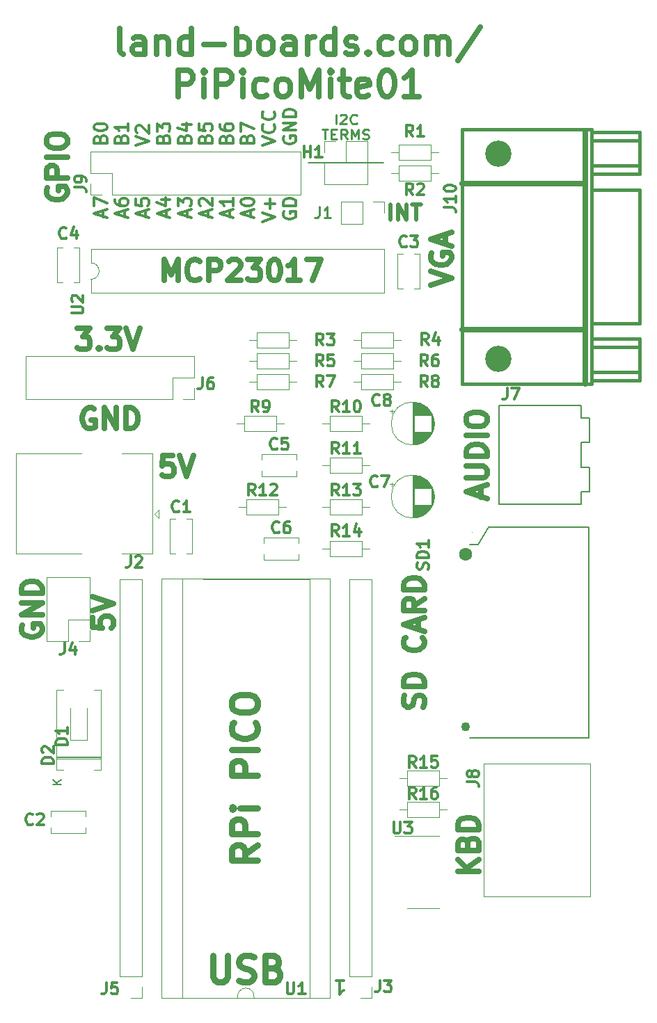
<source format=gto>
G04 #@! TF.GenerationSoftware,KiCad,Pcbnew,(6.0.1)*
G04 #@! TF.CreationDate,2022-05-18T15:40:45-04:00*
G04 #@! TF.ProjectId,PiPicoMite01,50695069-636f-44d6-9974-6530312e6b69,2*
G04 #@! TF.SameCoordinates,Original*
G04 #@! TF.FileFunction,Legend,Top*
G04 #@! TF.FilePolarity,Positive*
%FSLAX46Y46*%
G04 Gerber Fmt 4.6, Leading zero omitted, Abs format (unit mm)*
G04 Created by KiCad (PCBNEW (6.0.1)) date 2022-05-18 15:40:45*
%MOMM*%
%LPD*%
G01*
G04 APERTURE LIST*
%ADD10C,0.150000*%
%ADD11C,0.635000*%
%ADD12C,0.304800*%
%ADD13C,0.793750*%
%ADD14C,0.285750*%
%ADD15C,0.476250*%
%ADD16C,0.225425*%
%ADD17C,0.381000*%
%ADD18C,0.650000*%
%ADD19C,0.010000*%
%ADD20C,0.120000*%
%ADD21C,3.200000*%
%ADD22C,1.600000*%
%ADD23C,1.100000*%
G04 APERTURE END LIST*
D10*
X148590000Y-19050000D02*
X157734000Y-19045000D01*
D11*
X169587333Y-59750476D02*
X169587333Y-58540952D01*
X170313047Y-59992380D02*
X167773047Y-59145714D01*
X170313047Y-58299047D01*
X167773047Y-57452380D02*
X169829238Y-57452380D01*
X170071142Y-57331428D01*
X170192095Y-57210476D01*
X170313047Y-56968571D01*
X170313047Y-56484761D01*
X170192095Y-56242857D01*
X170071142Y-56121904D01*
X169829238Y-56000952D01*
X167773047Y-56000952D01*
X170313047Y-54791428D02*
X167773047Y-54791428D01*
X167773047Y-54186666D01*
X167894000Y-53823809D01*
X168135904Y-53581904D01*
X168377809Y-53460952D01*
X168861619Y-53340000D01*
X169224476Y-53340000D01*
X169708285Y-53460952D01*
X169950190Y-53581904D01*
X170192095Y-53823809D01*
X170313047Y-54186666D01*
X170313047Y-54791428D01*
X170313047Y-52251428D02*
X167773047Y-52251428D01*
X167773047Y-50558095D02*
X167773047Y-50074285D01*
X167894000Y-49832380D01*
X168135904Y-49590476D01*
X168619714Y-49469523D01*
X169466380Y-49469523D01*
X169950190Y-49590476D01*
X170192095Y-49832380D01*
X170313047Y-50074285D01*
X170313047Y-50558095D01*
X170192095Y-50800000D01*
X169950190Y-51041904D01*
X169466380Y-51162857D01*
X168619714Y-51162857D01*
X168135904Y-51041904D01*
X167894000Y-50800000D01*
X167773047Y-50558095D01*
X162572095Y-85331904D02*
X162693047Y-84969047D01*
X162693047Y-84364285D01*
X162572095Y-84122380D01*
X162451142Y-84001428D01*
X162209238Y-83880476D01*
X161967333Y-83880476D01*
X161725428Y-84001428D01*
X161604476Y-84122380D01*
X161483523Y-84364285D01*
X161362571Y-84848095D01*
X161241619Y-85090000D01*
X161120666Y-85210952D01*
X160878761Y-85331904D01*
X160636857Y-85331904D01*
X160394952Y-85210952D01*
X160274000Y-85090000D01*
X160153047Y-84848095D01*
X160153047Y-84243333D01*
X160274000Y-83880476D01*
X162693047Y-82791904D02*
X160153047Y-82791904D01*
X160153047Y-82187142D01*
X160274000Y-81824285D01*
X160515904Y-81582380D01*
X160757809Y-81461428D01*
X161241619Y-81340476D01*
X161604476Y-81340476D01*
X162088285Y-81461428D01*
X162330190Y-81582380D01*
X162572095Y-81824285D01*
X162693047Y-82187142D01*
X162693047Y-82791904D01*
X162451142Y-76865238D02*
X162572095Y-76986190D01*
X162693047Y-77349047D01*
X162693047Y-77590952D01*
X162572095Y-77953809D01*
X162330190Y-78195714D01*
X162088285Y-78316666D01*
X161604476Y-78437619D01*
X161241619Y-78437619D01*
X160757809Y-78316666D01*
X160515904Y-78195714D01*
X160274000Y-77953809D01*
X160153047Y-77590952D01*
X160153047Y-77349047D01*
X160274000Y-76986190D01*
X160394952Y-76865238D01*
X161967333Y-75897619D02*
X161967333Y-74688095D01*
X162693047Y-76139523D02*
X160153047Y-75292857D01*
X162693047Y-74446190D01*
X162693047Y-72148095D02*
X161483523Y-72994761D01*
X162693047Y-73599523D02*
X160153047Y-73599523D01*
X160153047Y-72631904D01*
X160274000Y-72390000D01*
X160394952Y-72269047D01*
X160636857Y-72148095D01*
X160999714Y-72148095D01*
X161241619Y-72269047D01*
X161362571Y-72390000D01*
X161483523Y-72631904D01*
X161483523Y-73599523D01*
X162693047Y-71059523D02*
X160153047Y-71059523D01*
X160153047Y-70454761D01*
X160274000Y-70091904D01*
X160515904Y-69850000D01*
X160757809Y-69729047D01*
X161241619Y-69608095D01*
X161604476Y-69608095D01*
X162088285Y-69729047D01*
X162330190Y-69850000D01*
X162572095Y-70091904D01*
X162693047Y-70454761D01*
X162693047Y-71059523D01*
X132104190Y-54743047D02*
X130894666Y-54743047D01*
X130773714Y-55952571D01*
X130894666Y-55831619D01*
X131136571Y-55710666D01*
X131741333Y-55710666D01*
X131983238Y-55831619D01*
X132104190Y-55952571D01*
X132225142Y-56194476D01*
X132225142Y-56799238D01*
X132104190Y-57041142D01*
X131983238Y-57162095D01*
X131741333Y-57283047D01*
X131136571Y-57283047D01*
X130894666Y-57162095D01*
X130773714Y-57041142D01*
X132950857Y-54743047D02*
X133797523Y-57283047D01*
X134644190Y-54743047D01*
X163455047Y-33939238D02*
X165995047Y-33092571D01*
X163455047Y-32245904D01*
X163576000Y-30068761D02*
X163455047Y-30310666D01*
X163455047Y-30673523D01*
X163576000Y-31036380D01*
X163817904Y-31278285D01*
X164059809Y-31399238D01*
X164543619Y-31520190D01*
X164906476Y-31520190D01*
X165390285Y-31399238D01*
X165632190Y-31278285D01*
X165874095Y-31036380D01*
X165995047Y-30673523D01*
X165995047Y-30431619D01*
X165874095Y-30068761D01*
X165753142Y-29947809D01*
X164906476Y-29947809D01*
X164906476Y-30431619D01*
X165269333Y-28980190D02*
X165269333Y-27770666D01*
X165995047Y-29222095D02*
X163455047Y-28375428D01*
X165995047Y-27528761D01*
X122307047Y-74397809D02*
X122307047Y-75607333D01*
X123516571Y-75728285D01*
X123395619Y-75607333D01*
X123274666Y-75365428D01*
X123274666Y-74760666D01*
X123395619Y-74518761D01*
X123516571Y-74397809D01*
X123758476Y-74276857D01*
X124363238Y-74276857D01*
X124605142Y-74397809D01*
X124726095Y-74518761D01*
X124847047Y-74760666D01*
X124847047Y-75365428D01*
X124726095Y-75607333D01*
X124605142Y-75728285D01*
X122307047Y-73551142D02*
X124847047Y-72704476D01*
X122307047Y-71857809D01*
X169297047Y-105313238D02*
X166757047Y-105313238D01*
X169297047Y-103861809D02*
X167845619Y-104950380D01*
X166757047Y-103861809D02*
X168208476Y-105313238D01*
X167966571Y-101926571D02*
X168087523Y-101563714D01*
X168208476Y-101442761D01*
X168450380Y-101321809D01*
X168813238Y-101321809D01*
X169055142Y-101442761D01*
X169176095Y-101563714D01*
X169297047Y-101805619D01*
X169297047Y-102773238D01*
X166757047Y-102773238D01*
X166757047Y-101926571D01*
X166878000Y-101684666D01*
X166998952Y-101563714D01*
X167240857Y-101442761D01*
X167482761Y-101442761D01*
X167724666Y-101563714D01*
X167845619Y-101684666D01*
X167966571Y-101926571D01*
X167966571Y-102773238D01*
X169297047Y-100233238D02*
X166757047Y-100233238D01*
X166757047Y-99628476D01*
X166878000Y-99265619D01*
X167119904Y-99023714D01*
X167361809Y-98902761D01*
X167845619Y-98781809D01*
X168208476Y-98781809D01*
X168692285Y-98902761D01*
X168934190Y-99023714D01*
X169176095Y-99265619D01*
X169297047Y-99628476D01*
X169297047Y-100233238D01*
D12*
X123259170Y-16166737D02*
X123334765Y-15939951D01*
X123410360Y-15864356D01*
X123561551Y-15788760D01*
X123788336Y-15788760D01*
X123939527Y-15864356D01*
X124015122Y-15939951D01*
X124090717Y-16091141D01*
X124090717Y-16695903D01*
X122503217Y-16695903D01*
X122503217Y-16166737D01*
X122578813Y-16015546D01*
X122654408Y-15939951D01*
X122805598Y-15864356D01*
X122956789Y-15864356D01*
X123107979Y-15939951D01*
X123183574Y-16015546D01*
X123259170Y-16166737D01*
X123259170Y-16695903D01*
X122503217Y-14806022D02*
X122503217Y-14654832D01*
X122578813Y-14503641D01*
X122654408Y-14428046D01*
X122805598Y-14352451D01*
X123107979Y-14276856D01*
X123485955Y-14276856D01*
X123788336Y-14352451D01*
X123939527Y-14428046D01*
X124015122Y-14503641D01*
X124090717Y-14654832D01*
X124090717Y-14806022D01*
X124015122Y-14957213D01*
X123939527Y-15032808D01*
X123788336Y-15108403D01*
X123485955Y-15183999D01*
X123107979Y-15183999D01*
X122805598Y-15108403D01*
X122654408Y-15032808D01*
X122578813Y-14957213D01*
X122503217Y-14806022D01*
X125815045Y-16166737D02*
X125890640Y-15939951D01*
X125966235Y-15864356D01*
X126117426Y-15788760D01*
X126344211Y-15788760D01*
X126495402Y-15864356D01*
X126570997Y-15939951D01*
X126646592Y-16091141D01*
X126646592Y-16695903D01*
X125059092Y-16695903D01*
X125059092Y-16166737D01*
X125134688Y-16015546D01*
X125210283Y-15939951D01*
X125361473Y-15864356D01*
X125512664Y-15864356D01*
X125663854Y-15939951D01*
X125739449Y-16015546D01*
X125815045Y-16166737D01*
X125815045Y-16695903D01*
X126646592Y-14276856D02*
X126646592Y-15183999D01*
X126646592Y-14730427D02*
X125059092Y-14730427D01*
X125285878Y-14881618D01*
X125437068Y-15032808D01*
X125512664Y-15183999D01*
X127614967Y-16922689D02*
X129202467Y-16393522D01*
X127614967Y-15864356D01*
X127766158Y-15410784D02*
X127690563Y-15335189D01*
X127614967Y-15183999D01*
X127614967Y-14806022D01*
X127690563Y-14654832D01*
X127766158Y-14579237D01*
X127917348Y-14503641D01*
X128068539Y-14503641D01*
X128295324Y-14579237D01*
X129202467Y-15486380D01*
X129202467Y-14503641D01*
X130926795Y-16166737D02*
X131002390Y-15939951D01*
X131077985Y-15864356D01*
X131229176Y-15788760D01*
X131455961Y-15788760D01*
X131607152Y-15864356D01*
X131682747Y-15939951D01*
X131758342Y-16091141D01*
X131758342Y-16695903D01*
X130170842Y-16695903D01*
X130170842Y-16166737D01*
X130246438Y-16015546D01*
X130322033Y-15939951D01*
X130473223Y-15864356D01*
X130624414Y-15864356D01*
X130775604Y-15939951D01*
X130851199Y-16015546D01*
X130926795Y-16166737D01*
X130926795Y-16695903D01*
X130170842Y-15259594D02*
X130170842Y-14276856D01*
X130775604Y-14806022D01*
X130775604Y-14579237D01*
X130851199Y-14428046D01*
X130926795Y-14352451D01*
X131077985Y-14276856D01*
X131455961Y-14276856D01*
X131607152Y-14352451D01*
X131682747Y-14428046D01*
X131758342Y-14579237D01*
X131758342Y-15032808D01*
X131682747Y-15183999D01*
X131607152Y-15259594D01*
X133482670Y-16166737D02*
X133558265Y-15939951D01*
X133633860Y-15864356D01*
X133785051Y-15788760D01*
X134011836Y-15788760D01*
X134163027Y-15864356D01*
X134238622Y-15939951D01*
X134314217Y-16091141D01*
X134314217Y-16695903D01*
X132726717Y-16695903D01*
X132726717Y-16166737D01*
X132802313Y-16015546D01*
X132877908Y-15939951D01*
X133029098Y-15864356D01*
X133180289Y-15864356D01*
X133331479Y-15939951D01*
X133407074Y-16015546D01*
X133482670Y-16166737D01*
X133482670Y-16695903D01*
X133255884Y-14428046D02*
X134314217Y-14428046D01*
X132651122Y-14806022D02*
X133785051Y-15183999D01*
X133785051Y-14201260D01*
X136038545Y-16166737D02*
X136114140Y-15939951D01*
X136189735Y-15864356D01*
X136340926Y-15788760D01*
X136567711Y-15788760D01*
X136718902Y-15864356D01*
X136794497Y-15939951D01*
X136870092Y-16091141D01*
X136870092Y-16695903D01*
X135282592Y-16695903D01*
X135282592Y-16166737D01*
X135358188Y-16015546D01*
X135433783Y-15939951D01*
X135584973Y-15864356D01*
X135736164Y-15864356D01*
X135887354Y-15939951D01*
X135962949Y-16015546D01*
X136038545Y-16166737D01*
X136038545Y-16695903D01*
X135282592Y-14352451D02*
X135282592Y-15108403D01*
X136038545Y-15183999D01*
X135962949Y-15108403D01*
X135887354Y-14957213D01*
X135887354Y-14579237D01*
X135962949Y-14428046D01*
X136038545Y-14352451D01*
X136189735Y-14276856D01*
X136567711Y-14276856D01*
X136718902Y-14352451D01*
X136794497Y-14428046D01*
X136870092Y-14579237D01*
X136870092Y-14957213D01*
X136794497Y-15108403D01*
X136718902Y-15183999D01*
X138594420Y-16166737D02*
X138670015Y-15939951D01*
X138745610Y-15864356D01*
X138896801Y-15788760D01*
X139123586Y-15788760D01*
X139274777Y-15864356D01*
X139350372Y-15939951D01*
X139425967Y-16091141D01*
X139425967Y-16695903D01*
X137838467Y-16695903D01*
X137838467Y-16166737D01*
X137914063Y-16015546D01*
X137989658Y-15939951D01*
X138140848Y-15864356D01*
X138292039Y-15864356D01*
X138443229Y-15939951D01*
X138518824Y-16015546D01*
X138594420Y-16166737D01*
X138594420Y-16695903D01*
X137838467Y-14428046D02*
X137838467Y-14730427D01*
X137914063Y-14881618D01*
X137989658Y-14957213D01*
X138216443Y-15108403D01*
X138518824Y-15183999D01*
X139123586Y-15183999D01*
X139274777Y-15108403D01*
X139350372Y-15032808D01*
X139425967Y-14881618D01*
X139425967Y-14579237D01*
X139350372Y-14428046D01*
X139274777Y-14352451D01*
X139123586Y-14276856D01*
X138745610Y-14276856D01*
X138594420Y-14352451D01*
X138518824Y-14428046D01*
X138443229Y-14579237D01*
X138443229Y-14881618D01*
X138518824Y-15032808D01*
X138594420Y-15108403D01*
X138745610Y-15183999D01*
X141150295Y-16166737D02*
X141225890Y-15939951D01*
X141301485Y-15864356D01*
X141452676Y-15788760D01*
X141679461Y-15788760D01*
X141830652Y-15864356D01*
X141906247Y-15939951D01*
X141981842Y-16091141D01*
X141981842Y-16695903D01*
X140394342Y-16695903D01*
X140394342Y-16166737D01*
X140469938Y-16015546D01*
X140545533Y-15939951D01*
X140696723Y-15864356D01*
X140847914Y-15864356D01*
X140999104Y-15939951D01*
X141074699Y-16015546D01*
X141150295Y-16166737D01*
X141150295Y-16695903D01*
X140394342Y-15259594D02*
X140394342Y-14201260D01*
X141981842Y-14881618D01*
X142950217Y-16922689D02*
X144537717Y-16393522D01*
X142950217Y-15864356D01*
X144386527Y-14428046D02*
X144462122Y-14503641D01*
X144537717Y-14730427D01*
X144537717Y-14881618D01*
X144462122Y-15108403D01*
X144310932Y-15259594D01*
X144159741Y-15335189D01*
X143857360Y-15410784D01*
X143630574Y-15410784D01*
X143328193Y-15335189D01*
X143177003Y-15259594D01*
X143025813Y-15108403D01*
X142950217Y-14881618D01*
X142950217Y-14730427D01*
X143025813Y-14503641D01*
X143101408Y-14428046D01*
X144386527Y-12840546D02*
X144462122Y-12916141D01*
X144537717Y-13142927D01*
X144537717Y-13294118D01*
X144462122Y-13520903D01*
X144310932Y-13672094D01*
X144159741Y-13747689D01*
X143857360Y-13823284D01*
X143630574Y-13823284D01*
X143328193Y-13747689D01*
X143177003Y-13672094D01*
X143025813Y-13520903D01*
X142950217Y-13294118D01*
X142950217Y-13142927D01*
X143025813Y-12916141D01*
X143101408Y-12840546D01*
X145581688Y-15864356D02*
X145506092Y-16015546D01*
X145506092Y-16242332D01*
X145581688Y-16469118D01*
X145732878Y-16620308D01*
X145884068Y-16695903D01*
X146186449Y-16771499D01*
X146413235Y-16771499D01*
X146715616Y-16695903D01*
X146866807Y-16620308D01*
X147017997Y-16469118D01*
X147093592Y-16242332D01*
X147093592Y-16091141D01*
X147017997Y-15864356D01*
X146942402Y-15788760D01*
X146413235Y-15788760D01*
X146413235Y-16091141D01*
X147093592Y-15108403D02*
X145506092Y-15108403D01*
X147093592Y-14201260D01*
X145506092Y-14201260D01*
X147093592Y-13445308D02*
X145506092Y-13445308D01*
X145506092Y-13067332D01*
X145581688Y-12840546D01*
X145732878Y-12689356D01*
X145884068Y-12613760D01*
X146186449Y-12538165D01*
X146413235Y-12538165D01*
X146715616Y-12613760D01*
X146866807Y-12689356D01*
X147017997Y-12840546D01*
X147093592Y-13067332D01*
X147093592Y-13445308D01*
D11*
X116840000Y-22098000D02*
X116719047Y-22339904D01*
X116719047Y-22702761D01*
X116840000Y-23065619D01*
X117081904Y-23307523D01*
X117323809Y-23428476D01*
X117807619Y-23549428D01*
X118170476Y-23549428D01*
X118654285Y-23428476D01*
X118896190Y-23307523D01*
X119138095Y-23065619D01*
X119259047Y-22702761D01*
X119259047Y-22460857D01*
X119138095Y-22098000D01*
X119017142Y-21977047D01*
X118170476Y-21977047D01*
X118170476Y-22460857D01*
X119259047Y-20888476D02*
X116719047Y-20888476D01*
X116719047Y-19920857D01*
X116840000Y-19678952D01*
X116960952Y-19558000D01*
X117202857Y-19437047D01*
X117565714Y-19437047D01*
X117807619Y-19558000D01*
X117928571Y-19678952D01*
X118049523Y-19920857D01*
X118049523Y-20888476D01*
X119259047Y-18348476D02*
X116719047Y-18348476D01*
X116719047Y-16655142D02*
X116719047Y-16171333D01*
X116840000Y-15929428D01*
X117081904Y-15687523D01*
X117565714Y-15566571D01*
X118412380Y-15566571D01*
X118896190Y-15687523D01*
X119138095Y-15929428D01*
X119259047Y-16171333D01*
X119259047Y-16655142D01*
X119138095Y-16897047D01*
X118896190Y-17138952D01*
X118412380Y-17259904D01*
X117565714Y-17259904D01*
X117081904Y-17138952D01*
X116840000Y-16897047D01*
X116719047Y-16655142D01*
D13*
X136963452Y-115609309D02*
X136963452Y-118179547D01*
X137114642Y-118481928D01*
X137265833Y-118633119D01*
X137568214Y-118784309D01*
X138172976Y-118784309D01*
X138475357Y-118633119D01*
X138626547Y-118481928D01*
X138777738Y-118179547D01*
X138777738Y-115609309D01*
X140138452Y-118633119D02*
X140592023Y-118784309D01*
X141347976Y-118784309D01*
X141650357Y-118633119D01*
X141801547Y-118481928D01*
X141952738Y-118179547D01*
X141952738Y-117877166D01*
X141801547Y-117574785D01*
X141650357Y-117423595D01*
X141347976Y-117272404D01*
X140743214Y-117121214D01*
X140440833Y-116970023D01*
X140289642Y-116818833D01*
X140138452Y-116516452D01*
X140138452Y-116214071D01*
X140289642Y-115911690D01*
X140440833Y-115760500D01*
X140743214Y-115609309D01*
X141499166Y-115609309D01*
X141952738Y-115760500D01*
X144371785Y-117121214D02*
X144825357Y-117272404D01*
X144976547Y-117423595D01*
X145127738Y-117725976D01*
X145127738Y-118179547D01*
X144976547Y-118481928D01*
X144825357Y-118633119D01*
X144522976Y-118784309D01*
X143313452Y-118784309D01*
X143313452Y-115609309D01*
X144371785Y-115609309D01*
X144674166Y-115760500D01*
X144825357Y-115911690D01*
X144976547Y-116214071D01*
X144976547Y-116516452D01*
X144825357Y-116818833D01*
X144674166Y-116970023D01*
X144371785Y-117121214D01*
X143313452Y-117121214D01*
D14*
X151922238Y-14328956D02*
X151922238Y-13185956D01*
X152466523Y-13294813D02*
X152527000Y-13240385D01*
X152647952Y-13185956D01*
X152950333Y-13185956D01*
X153071285Y-13240385D01*
X153131761Y-13294813D01*
X153192238Y-13403670D01*
X153192238Y-13512527D01*
X153131761Y-13675813D01*
X152406047Y-14328956D01*
X153192238Y-14328956D01*
X154462238Y-14220099D02*
X154401761Y-14274527D01*
X154220333Y-14328956D01*
X154099380Y-14328956D01*
X153917952Y-14274527D01*
X153797000Y-14165670D01*
X153736523Y-14056813D01*
X153676047Y-13839099D01*
X153676047Y-13675813D01*
X153736523Y-13458099D01*
X153797000Y-13349242D01*
X153917952Y-13240385D01*
X154099380Y-13185956D01*
X154220333Y-13185956D01*
X154401761Y-13240385D01*
X154462238Y-13294813D01*
X150259142Y-15026186D02*
X150984857Y-15026186D01*
X150622000Y-16169186D02*
X150622000Y-15026186D01*
X151408190Y-15570472D02*
X151831523Y-15570472D01*
X152012952Y-16169186D02*
X151408190Y-16169186D01*
X151408190Y-15026186D01*
X152012952Y-15026186D01*
X153282952Y-16169186D02*
X152859619Y-15624900D01*
X152557238Y-16169186D02*
X152557238Y-15026186D01*
X153041047Y-15026186D01*
X153162000Y-15080615D01*
X153222476Y-15135043D01*
X153282952Y-15243900D01*
X153282952Y-15407186D01*
X153222476Y-15516043D01*
X153162000Y-15570472D01*
X153041047Y-15624900D01*
X152557238Y-15624900D01*
X153827238Y-16169186D02*
X153827238Y-15026186D01*
X154250571Y-15842615D01*
X154673904Y-15026186D01*
X154673904Y-16169186D01*
X155218190Y-16114757D02*
X155399619Y-16169186D01*
X155702000Y-16169186D01*
X155822952Y-16114757D01*
X155883428Y-16060329D01*
X155943904Y-15951472D01*
X155943904Y-15842615D01*
X155883428Y-15733757D01*
X155822952Y-15679329D01*
X155702000Y-15624900D01*
X155460095Y-15570472D01*
X155339142Y-15516043D01*
X155278666Y-15461615D01*
X155218190Y-15352757D01*
X155218190Y-15243900D01*
X155278666Y-15135043D01*
X155339142Y-15080615D01*
X155460095Y-15026186D01*
X155762476Y-15026186D01*
X155943904Y-15080615D01*
D11*
X122524761Y-49022000D02*
X122282857Y-48901047D01*
X121920000Y-48901047D01*
X121557142Y-49022000D01*
X121315238Y-49263904D01*
X121194285Y-49505809D01*
X121073333Y-49989619D01*
X121073333Y-50352476D01*
X121194285Y-50836285D01*
X121315238Y-51078190D01*
X121557142Y-51320095D01*
X121920000Y-51441047D01*
X122161904Y-51441047D01*
X122524761Y-51320095D01*
X122645714Y-51199142D01*
X122645714Y-50352476D01*
X122161904Y-50352476D01*
X123734285Y-51441047D02*
X123734285Y-48901047D01*
X125185714Y-51441047D01*
X125185714Y-48901047D01*
X126395238Y-51441047D02*
X126395238Y-48901047D01*
X127000000Y-48901047D01*
X127362857Y-49022000D01*
X127604761Y-49263904D01*
X127725714Y-49505809D01*
X127846666Y-49989619D01*
X127846666Y-50352476D01*
X127725714Y-50836285D01*
X127604761Y-51078190D01*
X127362857Y-51320095D01*
X127000000Y-51441047D01*
X126395238Y-51441047D01*
X126077738Y-5865434D02*
X125775357Y-5714244D01*
X125624166Y-5411863D01*
X125624166Y-2690434D01*
X128647976Y-5865434D02*
X128647976Y-4202339D01*
X128496785Y-3899958D01*
X128194404Y-3748767D01*
X127589642Y-3748767D01*
X127287261Y-3899958D01*
X128647976Y-5714244D02*
X128345595Y-5865434D01*
X127589642Y-5865434D01*
X127287261Y-5714244D01*
X127136071Y-5411863D01*
X127136071Y-5109482D01*
X127287261Y-4807101D01*
X127589642Y-4655910D01*
X128345595Y-4655910D01*
X128647976Y-4504720D01*
X130159880Y-3748767D02*
X130159880Y-5865434D01*
X130159880Y-4051148D02*
X130311071Y-3899958D01*
X130613452Y-3748767D01*
X131067023Y-3748767D01*
X131369404Y-3899958D01*
X131520595Y-4202339D01*
X131520595Y-5865434D01*
X134393214Y-5865434D02*
X134393214Y-2690434D01*
X134393214Y-5714244D02*
X134090833Y-5865434D01*
X133486071Y-5865434D01*
X133183690Y-5714244D01*
X133032500Y-5563053D01*
X132881309Y-5260672D01*
X132881309Y-4353529D01*
X133032500Y-4051148D01*
X133183690Y-3899958D01*
X133486071Y-3748767D01*
X134090833Y-3748767D01*
X134393214Y-3899958D01*
X135905119Y-4655910D02*
X138324166Y-4655910D01*
X139836071Y-5865434D02*
X139836071Y-2690434D01*
X139836071Y-3899958D02*
X140138452Y-3748767D01*
X140743214Y-3748767D01*
X141045595Y-3899958D01*
X141196785Y-4051148D01*
X141347976Y-4353529D01*
X141347976Y-5260672D01*
X141196785Y-5563053D01*
X141045595Y-5714244D01*
X140743214Y-5865434D01*
X140138452Y-5865434D01*
X139836071Y-5714244D01*
X143162261Y-5865434D02*
X142859880Y-5714244D01*
X142708690Y-5563053D01*
X142557500Y-5260672D01*
X142557500Y-4353529D01*
X142708690Y-4051148D01*
X142859880Y-3899958D01*
X143162261Y-3748767D01*
X143615833Y-3748767D01*
X143918214Y-3899958D01*
X144069404Y-4051148D01*
X144220595Y-4353529D01*
X144220595Y-5260672D01*
X144069404Y-5563053D01*
X143918214Y-5714244D01*
X143615833Y-5865434D01*
X143162261Y-5865434D01*
X146942023Y-5865434D02*
X146942023Y-4202339D01*
X146790833Y-3899958D01*
X146488452Y-3748767D01*
X145883690Y-3748767D01*
X145581309Y-3899958D01*
X146942023Y-5714244D02*
X146639642Y-5865434D01*
X145883690Y-5865434D01*
X145581309Y-5714244D01*
X145430119Y-5411863D01*
X145430119Y-5109482D01*
X145581309Y-4807101D01*
X145883690Y-4655910D01*
X146639642Y-4655910D01*
X146942023Y-4504720D01*
X148453928Y-5865434D02*
X148453928Y-3748767D01*
X148453928Y-4353529D02*
X148605119Y-4051148D01*
X148756309Y-3899958D01*
X149058690Y-3748767D01*
X149361071Y-3748767D01*
X151780119Y-5865434D02*
X151780119Y-2690434D01*
X151780119Y-5714244D02*
X151477738Y-5865434D01*
X150872976Y-5865434D01*
X150570595Y-5714244D01*
X150419404Y-5563053D01*
X150268214Y-5260672D01*
X150268214Y-4353529D01*
X150419404Y-4051148D01*
X150570595Y-3899958D01*
X150872976Y-3748767D01*
X151477738Y-3748767D01*
X151780119Y-3899958D01*
X153140833Y-5714244D02*
X153443214Y-5865434D01*
X154047976Y-5865434D01*
X154350357Y-5714244D01*
X154501547Y-5411863D01*
X154501547Y-5260672D01*
X154350357Y-4958291D01*
X154047976Y-4807101D01*
X153594404Y-4807101D01*
X153292023Y-4655910D01*
X153140833Y-4353529D01*
X153140833Y-4202339D01*
X153292023Y-3899958D01*
X153594404Y-3748767D01*
X154047976Y-3748767D01*
X154350357Y-3899958D01*
X155862261Y-5563053D02*
X156013452Y-5714244D01*
X155862261Y-5865434D01*
X155711071Y-5714244D01*
X155862261Y-5563053D01*
X155862261Y-5865434D01*
X158734880Y-5714244D02*
X158432500Y-5865434D01*
X157827738Y-5865434D01*
X157525357Y-5714244D01*
X157374166Y-5563053D01*
X157222976Y-5260672D01*
X157222976Y-4353529D01*
X157374166Y-4051148D01*
X157525357Y-3899958D01*
X157827738Y-3748767D01*
X158432500Y-3748767D01*
X158734880Y-3899958D01*
X160549166Y-5865434D02*
X160246785Y-5714244D01*
X160095595Y-5563053D01*
X159944404Y-5260672D01*
X159944404Y-4353529D01*
X160095595Y-4051148D01*
X160246785Y-3899958D01*
X160549166Y-3748767D01*
X161002738Y-3748767D01*
X161305119Y-3899958D01*
X161456309Y-4051148D01*
X161607500Y-4353529D01*
X161607500Y-5260672D01*
X161456309Y-5563053D01*
X161305119Y-5714244D01*
X161002738Y-5865434D01*
X160549166Y-5865434D01*
X162968214Y-5865434D02*
X162968214Y-3748767D01*
X162968214Y-4051148D02*
X163119404Y-3899958D01*
X163421785Y-3748767D01*
X163875357Y-3748767D01*
X164177738Y-3899958D01*
X164328928Y-4202339D01*
X164328928Y-5865434D01*
X164328928Y-4202339D02*
X164480119Y-3899958D01*
X164782500Y-3748767D01*
X165236071Y-3748767D01*
X165538452Y-3899958D01*
X165689642Y-4202339D01*
X165689642Y-5865434D01*
X169469404Y-2539244D02*
X166747976Y-6621386D01*
X132730119Y-10977184D02*
X132730119Y-7802184D01*
X133939642Y-7802184D01*
X134242023Y-7953375D01*
X134393214Y-8104565D01*
X134544404Y-8406946D01*
X134544404Y-8860517D01*
X134393214Y-9162898D01*
X134242023Y-9314089D01*
X133939642Y-9465279D01*
X132730119Y-9465279D01*
X135905119Y-10977184D02*
X135905119Y-8860517D01*
X135905119Y-7802184D02*
X135753928Y-7953375D01*
X135905119Y-8104565D01*
X136056309Y-7953375D01*
X135905119Y-7802184D01*
X135905119Y-8104565D01*
X137417023Y-10977184D02*
X137417023Y-7802184D01*
X138626547Y-7802184D01*
X138928928Y-7953375D01*
X139080119Y-8104565D01*
X139231309Y-8406946D01*
X139231309Y-8860517D01*
X139080119Y-9162898D01*
X138928928Y-9314089D01*
X138626547Y-9465279D01*
X137417023Y-9465279D01*
X140592023Y-10977184D02*
X140592023Y-8860517D01*
X140592023Y-7802184D02*
X140440833Y-7953375D01*
X140592023Y-8104565D01*
X140743214Y-7953375D01*
X140592023Y-7802184D01*
X140592023Y-8104565D01*
X143464642Y-10825994D02*
X143162261Y-10977184D01*
X142557500Y-10977184D01*
X142255119Y-10825994D01*
X142103928Y-10674803D01*
X141952738Y-10372422D01*
X141952738Y-9465279D01*
X142103928Y-9162898D01*
X142255119Y-9011708D01*
X142557500Y-8860517D01*
X143162261Y-8860517D01*
X143464642Y-9011708D01*
X145278928Y-10977184D02*
X144976547Y-10825994D01*
X144825357Y-10674803D01*
X144674166Y-10372422D01*
X144674166Y-9465279D01*
X144825357Y-9162898D01*
X144976547Y-9011708D01*
X145278928Y-8860517D01*
X145732500Y-8860517D01*
X146034880Y-9011708D01*
X146186071Y-9162898D01*
X146337261Y-9465279D01*
X146337261Y-10372422D01*
X146186071Y-10674803D01*
X146034880Y-10825994D01*
X145732500Y-10977184D01*
X145278928Y-10977184D01*
X147697976Y-10977184D02*
X147697976Y-7802184D01*
X148756309Y-10070041D01*
X149814642Y-7802184D01*
X149814642Y-10977184D01*
X151326547Y-10977184D02*
X151326547Y-8860517D01*
X151326547Y-7802184D02*
X151175357Y-7953375D01*
X151326547Y-8104565D01*
X151477738Y-7953375D01*
X151326547Y-7802184D01*
X151326547Y-8104565D01*
X152384880Y-8860517D02*
X153594404Y-8860517D01*
X152838452Y-7802184D02*
X152838452Y-10523613D01*
X152989642Y-10825994D01*
X153292023Y-10977184D01*
X153594404Y-10977184D01*
X155862261Y-10825994D02*
X155559880Y-10977184D01*
X154955119Y-10977184D01*
X154652738Y-10825994D01*
X154501547Y-10523613D01*
X154501547Y-9314089D01*
X154652738Y-9011708D01*
X154955119Y-8860517D01*
X155559880Y-8860517D01*
X155862261Y-9011708D01*
X156013452Y-9314089D01*
X156013452Y-9616470D01*
X154501547Y-9918851D01*
X157978928Y-7802184D02*
X158281309Y-7802184D01*
X158583690Y-7953375D01*
X158734880Y-8104565D01*
X158886071Y-8406946D01*
X159037261Y-9011708D01*
X159037261Y-9767660D01*
X158886071Y-10372422D01*
X158734880Y-10674803D01*
X158583690Y-10825994D01*
X158281309Y-10977184D01*
X157978928Y-10977184D01*
X157676547Y-10825994D01*
X157525357Y-10674803D01*
X157374166Y-10372422D01*
X157222976Y-9767660D01*
X157222976Y-9011708D01*
X157374166Y-8406946D01*
X157525357Y-8104565D01*
X157676547Y-7953375D01*
X157978928Y-7802184D01*
X162061071Y-10977184D02*
X160246785Y-10977184D01*
X161153928Y-10977184D02*
X161153928Y-7802184D01*
X160851547Y-8255755D01*
X160549166Y-8558136D01*
X160246785Y-8709327D01*
D13*
X142406309Y-102144285D02*
X140894404Y-103202619D01*
X142406309Y-103958571D02*
X139231309Y-103958571D01*
X139231309Y-102749047D01*
X139382500Y-102446666D01*
X139533690Y-102295476D01*
X139836071Y-102144285D01*
X140289642Y-102144285D01*
X140592023Y-102295476D01*
X140743214Y-102446666D01*
X140894404Y-102749047D01*
X140894404Y-103958571D01*
X142406309Y-100783571D02*
X139231309Y-100783571D01*
X139231309Y-99574047D01*
X139382500Y-99271666D01*
X139533690Y-99120476D01*
X139836071Y-98969285D01*
X140289642Y-98969285D01*
X140592023Y-99120476D01*
X140743214Y-99271666D01*
X140894404Y-99574047D01*
X140894404Y-100783571D01*
X142406309Y-97608571D02*
X140289642Y-97608571D01*
X139231309Y-97608571D02*
X139382500Y-97759761D01*
X139533690Y-97608571D01*
X139382500Y-97457380D01*
X139231309Y-97608571D01*
X139533690Y-97608571D01*
X142406309Y-93677619D02*
X139231309Y-93677619D01*
X139231309Y-92468095D01*
X139382500Y-92165714D01*
X139533690Y-92014523D01*
X139836071Y-91863333D01*
X140289642Y-91863333D01*
X140592023Y-92014523D01*
X140743214Y-92165714D01*
X140894404Y-92468095D01*
X140894404Y-93677619D01*
X142406309Y-90502619D02*
X139231309Y-90502619D01*
X142103928Y-87176428D02*
X142255119Y-87327619D01*
X142406309Y-87781190D01*
X142406309Y-88083571D01*
X142255119Y-88537142D01*
X141952738Y-88839523D01*
X141650357Y-88990714D01*
X141045595Y-89141904D01*
X140592023Y-89141904D01*
X139987261Y-88990714D01*
X139684880Y-88839523D01*
X139382500Y-88537142D01*
X139231309Y-88083571D01*
X139231309Y-87781190D01*
X139382500Y-87327619D01*
X139533690Y-87176428D01*
X139231309Y-85210952D02*
X139231309Y-84606190D01*
X139382500Y-84303809D01*
X139684880Y-84001428D01*
X140289642Y-83850238D01*
X141347976Y-83850238D01*
X141952738Y-84001428D01*
X142255119Y-84303809D01*
X142406309Y-84606190D01*
X142406309Y-85210952D01*
X142255119Y-85513333D01*
X141952738Y-85815714D01*
X141347976Y-85966904D01*
X140289642Y-85966904D01*
X139684880Y-85815714D01*
X139382500Y-85513333D01*
X139231309Y-85210952D01*
D15*
X158550428Y-26007785D02*
X158550428Y-24102785D01*
X159457571Y-26007785D02*
X159457571Y-24102785D01*
X160546142Y-26007785D01*
X160546142Y-24102785D01*
X161181142Y-24102785D02*
X162269714Y-24102785D01*
X161725428Y-26007785D02*
X161725428Y-24102785D01*
D11*
X113792000Y-75341238D02*
X113671047Y-75583142D01*
X113671047Y-75946000D01*
X113792000Y-76308857D01*
X114033904Y-76550761D01*
X114275809Y-76671714D01*
X114759619Y-76792666D01*
X115122476Y-76792666D01*
X115606285Y-76671714D01*
X115848190Y-76550761D01*
X116090095Y-76308857D01*
X116211047Y-75946000D01*
X116211047Y-75704095D01*
X116090095Y-75341238D01*
X115969142Y-75220285D01*
X115122476Y-75220285D01*
X115122476Y-75704095D01*
X116211047Y-74131714D02*
X113671047Y-74131714D01*
X116211047Y-72680285D01*
X113671047Y-72680285D01*
X116211047Y-71470761D02*
X113671047Y-71470761D01*
X113671047Y-70866000D01*
X113792000Y-70503142D01*
X114033904Y-70261238D01*
X114275809Y-70140285D01*
X114759619Y-70019333D01*
X115122476Y-70019333D01*
X115606285Y-70140285D01*
X115848190Y-70261238D01*
X116090095Y-70503142D01*
X116211047Y-70866000D01*
X116211047Y-71470761D01*
D12*
X123637146Y-25628358D02*
X123637146Y-24872405D01*
X124090717Y-25779548D02*
X122503217Y-25250381D01*
X124090717Y-24721215D01*
X122503217Y-24343239D02*
X122503217Y-23284905D01*
X124090717Y-23965262D01*
X126193021Y-25628358D02*
X126193021Y-24872405D01*
X126646592Y-25779548D02*
X125059092Y-25250381D01*
X126646592Y-24721215D01*
X125059092Y-23511691D02*
X125059092Y-23814072D01*
X125134688Y-23965262D01*
X125210283Y-24040858D01*
X125437068Y-24192048D01*
X125739449Y-24267643D01*
X126344211Y-24267643D01*
X126495402Y-24192048D01*
X126570997Y-24116453D01*
X126646592Y-23965262D01*
X126646592Y-23662881D01*
X126570997Y-23511691D01*
X126495402Y-23436096D01*
X126344211Y-23360500D01*
X125966235Y-23360500D01*
X125815045Y-23436096D01*
X125739449Y-23511691D01*
X125663854Y-23662881D01*
X125663854Y-23965262D01*
X125739449Y-24116453D01*
X125815045Y-24192048D01*
X125966235Y-24267643D01*
X128748896Y-25628358D02*
X128748896Y-24872405D01*
X129202467Y-25779548D02*
X127614967Y-25250381D01*
X129202467Y-24721215D01*
X127614967Y-23436096D02*
X127614967Y-24192048D01*
X128370920Y-24267643D01*
X128295324Y-24192048D01*
X128219729Y-24040858D01*
X128219729Y-23662881D01*
X128295324Y-23511691D01*
X128370920Y-23436096D01*
X128522110Y-23360500D01*
X128900086Y-23360500D01*
X129051277Y-23436096D01*
X129126872Y-23511691D01*
X129202467Y-23662881D01*
X129202467Y-24040858D01*
X129126872Y-24192048D01*
X129051277Y-24267643D01*
X131304771Y-25628358D02*
X131304771Y-24872405D01*
X131758342Y-25779548D02*
X130170842Y-25250381D01*
X131758342Y-24721215D01*
X130700009Y-23511691D02*
X131758342Y-23511691D01*
X130095247Y-23889667D02*
X131229176Y-24267643D01*
X131229176Y-23284905D01*
X133860646Y-25628358D02*
X133860646Y-24872405D01*
X134314217Y-25779548D02*
X132726717Y-25250381D01*
X134314217Y-24721215D01*
X132726717Y-24343239D02*
X132726717Y-23360500D01*
X133331479Y-23889667D01*
X133331479Y-23662881D01*
X133407074Y-23511691D01*
X133482670Y-23436096D01*
X133633860Y-23360500D01*
X134011836Y-23360500D01*
X134163027Y-23436096D01*
X134238622Y-23511691D01*
X134314217Y-23662881D01*
X134314217Y-24116453D01*
X134238622Y-24267643D01*
X134163027Y-24343239D01*
X136416521Y-25628358D02*
X136416521Y-24872405D01*
X136870092Y-25779548D02*
X135282592Y-25250381D01*
X136870092Y-24721215D01*
X135433783Y-24267643D02*
X135358188Y-24192048D01*
X135282592Y-24040858D01*
X135282592Y-23662881D01*
X135358188Y-23511691D01*
X135433783Y-23436096D01*
X135584973Y-23360500D01*
X135736164Y-23360500D01*
X135962949Y-23436096D01*
X136870092Y-24343239D01*
X136870092Y-23360500D01*
X138972396Y-25628358D02*
X138972396Y-24872405D01*
X139425967Y-25779548D02*
X137838467Y-25250381D01*
X139425967Y-24721215D01*
X139425967Y-23360500D02*
X139425967Y-24267643D01*
X139425967Y-23814072D02*
X137838467Y-23814072D01*
X138065253Y-23965262D01*
X138216443Y-24116453D01*
X138292039Y-24267643D01*
X141528271Y-25628358D02*
X141528271Y-24872405D01*
X141981842Y-25779548D02*
X140394342Y-25250381D01*
X141981842Y-24721215D01*
X140394342Y-23889667D02*
X140394342Y-23738477D01*
X140469938Y-23587286D01*
X140545533Y-23511691D01*
X140696723Y-23436096D01*
X140999104Y-23360500D01*
X141377080Y-23360500D01*
X141679461Y-23436096D01*
X141830652Y-23511691D01*
X141906247Y-23587286D01*
X141981842Y-23738477D01*
X141981842Y-23889667D01*
X141906247Y-24040858D01*
X141830652Y-24116453D01*
X141679461Y-24192048D01*
X141377080Y-24267643D01*
X140999104Y-24267643D01*
X140696723Y-24192048D01*
X140545533Y-24116453D01*
X140469938Y-24040858D01*
X140394342Y-23889667D01*
X142950217Y-26233120D02*
X144537717Y-25703953D01*
X142950217Y-25174786D01*
X143932955Y-24645620D02*
X143932955Y-23436096D01*
X144537717Y-24040858D02*
X143328193Y-24040858D01*
X145581688Y-25023596D02*
X145506092Y-25174786D01*
X145506092Y-25401572D01*
X145581688Y-25628358D01*
X145732878Y-25779548D01*
X145884068Y-25855143D01*
X146186449Y-25930739D01*
X146413235Y-25930739D01*
X146715616Y-25855143D01*
X146866807Y-25779548D01*
X147017997Y-25628358D01*
X147093592Y-25401572D01*
X147093592Y-25250381D01*
X147017997Y-25023596D01*
X146942402Y-24948000D01*
X146413235Y-24948000D01*
X146413235Y-25250381D01*
X147093592Y-24267643D02*
X145506092Y-24267643D01*
X145506092Y-23889667D01*
X145581688Y-23662881D01*
X145732878Y-23511691D01*
X145884068Y-23436096D01*
X146186449Y-23360500D01*
X146413235Y-23360500D01*
X146715616Y-23436096D01*
X146866807Y-23511691D01*
X147017997Y-23662881D01*
X147093592Y-23889667D01*
X147093592Y-24267643D01*
D11*
X131027714Y-33407047D02*
X131027714Y-30867047D01*
X131874380Y-32681333D01*
X132721047Y-30867047D01*
X132721047Y-33407047D01*
X135382000Y-33165142D02*
X135261047Y-33286095D01*
X134898190Y-33407047D01*
X134656285Y-33407047D01*
X134293428Y-33286095D01*
X134051523Y-33044190D01*
X133930571Y-32802285D01*
X133809619Y-32318476D01*
X133809619Y-31955619D01*
X133930571Y-31471809D01*
X134051523Y-31229904D01*
X134293428Y-30988000D01*
X134656285Y-30867047D01*
X134898190Y-30867047D01*
X135261047Y-30988000D01*
X135382000Y-31108952D01*
X136470571Y-33407047D02*
X136470571Y-30867047D01*
X137438190Y-30867047D01*
X137680095Y-30988000D01*
X137801047Y-31108952D01*
X137922000Y-31350857D01*
X137922000Y-31713714D01*
X137801047Y-31955619D01*
X137680095Y-32076571D01*
X137438190Y-32197523D01*
X136470571Y-32197523D01*
X138889619Y-31108952D02*
X139010571Y-30988000D01*
X139252476Y-30867047D01*
X139857238Y-30867047D01*
X140099142Y-30988000D01*
X140220095Y-31108952D01*
X140341047Y-31350857D01*
X140341047Y-31592761D01*
X140220095Y-31955619D01*
X138768666Y-33407047D01*
X140341047Y-33407047D01*
X141187714Y-30867047D02*
X142760095Y-30867047D01*
X141913428Y-31834666D01*
X142276285Y-31834666D01*
X142518190Y-31955619D01*
X142639142Y-32076571D01*
X142760095Y-32318476D01*
X142760095Y-32923238D01*
X142639142Y-33165142D01*
X142518190Y-33286095D01*
X142276285Y-33407047D01*
X141550571Y-33407047D01*
X141308666Y-33286095D01*
X141187714Y-33165142D01*
X144332476Y-30867047D02*
X144574380Y-30867047D01*
X144816285Y-30988000D01*
X144937238Y-31108952D01*
X145058190Y-31350857D01*
X145179142Y-31834666D01*
X145179142Y-32439428D01*
X145058190Y-32923238D01*
X144937238Y-33165142D01*
X144816285Y-33286095D01*
X144574380Y-33407047D01*
X144332476Y-33407047D01*
X144090571Y-33286095D01*
X143969619Y-33165142D01*
X143848666Y-32923238D01*
X143727714Y-32439428D01*
X143727714Y-31834666D01*
X143848666Y-31350857D01*
X143969619Y-31108952D01*
X144090571Y-30988000D01*
X144332476Y-30867047D01*
X147598190Y-33407047D02*
X146146761Y-33407047D01*
X146872476Y-33407047D02*
X146872476Y-30867047D01*
X146630571Y-31229904D01*
X146388666Y-31471809D01*
X146146761Y-31592761D01*
X148444857Y-30867047D02*
X150138190Y-30867047D01*
X149049619Y-33407047D01*
X120456476Y-39249047D02*
X122028857Y-39249047D01*
X121182190Y-40216666D01*
X121545047Y-40216666D01*
X121786952Y-40337619D01*
X121907904Y-40458571D01*
X122028857Y-40700476D01*
X122028857Y-41305238D01*
X121907904Y-41547142D01*
X121786952Y-41668095D01*
X121545047Y-41789047D01*
X120819333Y-41789047D01*
X120577428Y-41668095D01*
X120456476Y-41547142D01*
X123117428Y-41547142D02*
X123238380Y-41668095D01*
X123117428Y-41789047D01*
X122996476Y-41668095D01*
X123117428Y-41547142D01*
X123117428Y-41789047D01*
X124085047Y-39249047D02*
X125657428Y-39249047D01*
X124810761Y-40216666D01*
X125173619Y-40216666D01*
X125415523Y-40337619D01*
X125536476Y-40458571D01*
X125657428Y-40700476D01*
X125657428Y-41305238D01*
X125536476Y-41547142D01*
X125415523Y-41668095D01*
X125173619Y-41789047D01*
X124447904Y-41789047D01*
X124206000Y-41668095D01*
X124085047Y-41547142D01*
X126383142Y-39249047D02*
X127229809Y-41789047D01*
X128076476Y-39249047D01*
D12*
X165096976Y-24498904D02*
X166094833Y-24498904D01*
X166294404Y-24565428D01*
X166427452Y-24698476D01*
X166493976Y-24898047D01*
X166493976Y-25031095D01*
X166493976Y-23101904D02*
X166493976Y-23900190D01*
X166493976Y-23501047D02*
X165096976Y-23501047D01*
X165296547Y-23634095D01*
X165429595Y-23767142D01*
X165496119Y-23900190D01*
X165096976Y-22237095D02*
X165096976Y-22104047D01*
X165163500Y-21971000D01*
X165230023Y-21904476D01*
X165363071Y-21837952D01*
X165629166Y-21771428D01*
X165961785Y-21771428D01*
X166227880Y-21837952D01*
X166360928Y-21904476D01*
X166427452Y-21971000D01*
X166493976Y-22104047D01*
X166493976Y-22237095D01*
X166427452Y-22370142D01*
X166360928Y-22436666D01*
X166227880Y-22503190D01*
X165961785Y-22569714D01*
X165629166Y-22569714D01*
X165363071Y-22503190D01*
X165230023Y-22436666D01*
X165163500Y-22370142D01*
X165096976Y-22237095D01*
X163125452Y-68564880D02*
X163191976Y-68365309D01*
X163191976Y-68032690D01*
X163125452Y-67899642D01*
X163058928Y-67833119D01*
X162925880Y-67766595D01*
X162792833Y-67766595D01*
X162659785Y-67833119D01*
X162593261Y-67899642D01*
X162526738Y-68032690D01*
X162460214Y-68298785D01*
X162393690Y-68431833D01*
X162327166Y-68498357D01*
X162194119Y-68564880D01*
X162061071Y-68564880D01*
X161928023Y-68498357D01*
X161861500Y-68431833D01*
X161794976Y-68298785D01*
X161794976Y-67966166D01*
X161861500Y-67766595D01*
X163191976Y-67167880D02*
X161794976Y-67167880D01*
X161794976Y-66835261D01*
X161861500Y-66635690D01*
X161994547Y-66502642D01*
X162127595Y-66436119D01*
X162393690Y-66369595D01*
X162593261Y-66369595D01*
X162859357Y-66436119D01*
X162992404Y-66502642D01*
X163125452Y-66635690D01*
X163191976Y-66835261D01*
X163191976Y-67167880D01*
X163191976Y-65039119D02*
X163191976Y-65837404D01*
X163191976Y-65438261D02*
X161794976Y-65438261D01*
X161994547Y-65571309D01*
X162127595Y-65704357D01*
X162194119Y-65837404D01*
X150389166Y-41271976D02*
X149923500Y-40606738D01*
X149590880Y-41271976D02*
X149590880Y-39874976D01*
X150123071Y-39874976D01*
X150256119Y-39941500D01*
X150322642Y-40008023D01*
X150389166Y-40141071D01*
X150389166Y-40340642D01*
X150322642Y-40473690D01*
X150256119Y-40540214D01*
X150123071Y-40606738D01*
X149590880Y-40606738D01*
X150854833Y-39874976D02*
X151719642Y-39874976D01*
X151253976Y-40407166D01*
X151453547Y-40407166D01*
X151586595Y-40473690D01*
X151653119Y-40540214D01*
X151719642Y-40673261D01*
X151719642Y-41005880D01*
X151653119Y-41138928D01*
X151586595Y-41205452D01*
X151453547Y-41271976D01*
X151054404Y-41271976D01*
X150921357Y-41205452D01*
X150854833Y-41138928D01*
X150389166Y-43811976D02*
X149923500Y-43146738D01*
X149590880Y-43811976D02*
X149590880Y-42414976D01*
X150123071Y-42414976D01*
X150256119Y-42481500D01*
X150322642Y-42548023D01*
X150389166Y-42681071D01*
X150389166Y-42880642D01*
X150322642Y-43013690D01*
X150256119Y-43080214D01*
X150123071Y-43146738D01*
X149590880Y-43146738D01*
X151653119Y-42414976D02*
X150987880Y-42414976D01*
X150921357Y-43080214D01*
X150987880Y-43013690D01*
X151120928Y-42947166D01*
X151453547Y-42947166D01*
X151586595Y-43013690D01*
X151653119Y-43080214D01*
X151719642Y-43213261D01*
X151719642Y-43545880D01*
X151653119Y-43678928D01*
X151586595Y-43745452D01*
X151453547Y-43811976D01*
X151120928Y-43811976D01*
X150987880Y-43745452D01*
X150921357Y-43678928D01*
X142103928Y-59559976D02*
X141638261Y-58894738D01*
X141305642Y-59559976D02*
X141305642Y-58162976D01*
X141837833Y-58162976D01*
X141970880Y-58229500D01*
X142037404Y-58296023D01*
X142103928Y-58429071D01*
X142103928Y-58628642D01*
X142037404Y-58761690D01*
X141970880Y-58828214D01*
X141837833Y-58894738D01*
X141305642Y-58894738D01*
X143434404Y-59559976D02*
X142636119Y-59559976D01*
X143035261Y-59559976D02*
X143035261Y-58162976D01*
X142902214Y-58362547D01*
X142769166Y-58495595D01*
X142636119Y-58562119D01*
X143966595Y-58296023D02*
X144033119Y-58229500D01*
X144166166Y-58162976D01*
X144498785Y-58162976D01*
X144631833Y-58229500D01*
X144698357Y-58296023D01*
X144764880Y-58429071D01*
X144764880Y-58562119D01*
X144698357Y-58761690D01*
X143900071Y-59559976D01*
X144764880Y-59559976D01*
X150389166Y-46351976D02*
X149923500Y-45686738D01*
X149590880Y-46351976D02*
X149590880Y-44954976D01*
X150123071Y-44954976D01*
X150256119Y-45021500D01*
X150322642Y-45088023D01*
X150389166Y-45221071D01*
X150389166Y-45420642D01*
X150322642Y-45553690D01*
X150256119Y-45620214D01*
X150123071Y-45686738D01*
X149590880Y-45686738D01*
X150854833Y-44954976D02*
X151786166Y-44954976D01*
X151187452Y-46351976D01*
X163190766Y-41221176D02*
X162725100Y-40555938D01*
X162392480Y-41221176D02*
X162392480Y-39824176D01*
X162924671Y-39824176D01*
X163057719Y-39890700D01*
X163124242Y-39957223D01*
X163190766Y-40090271D01*
X163190766Y-40289842D01*
X163124242Y-40422890D01*
X163057719Y-40489414D01*
X162924671Y-40555938D01*
X162392480Y-40555938D01*
X164388195Y-40289842D02*
X164388195Y-41221176D01*
X164055576Y-39757652D02*
X163722957Y-40755509D01*
X164587766Y-40755509D01*
X163089166Y-43811976D02*
X162623500Y-43146738D01*
X162290880Y-43811976D02*
X162290880Y-42414976D01*
X162823071Y-42414976D01*
X162956119Y-42481500D01*
X163022642Y-42548023D01*
X163089166Y-42681071D01*
X163089166Y-42880642D01*
X163022642Y-43013690D01*
X162956119Y-43080214D01*
X162823071Y-43146738D01*
X162290880Y-43146738D01*
X164286595Y-42414976D02*
X164020500Y-42414976D01*
X163887452Y-42481500D01*
X163820928Y-42548023D01*
X163687880Y-42747595D01*
X163621357Y-43013690D01*
X163621357Y-43545880D01*
X163687880Y-43678928D01*
X163754404Y-43745452D01*
X163887452Y-43811976D01*
X164153547Y-43811976D01*
X164286595Y-43745452D01*
X164353119Y-43678928D01*
X164419642Y-43545880D01*
X164419642Y-43213261D01*
X164353119Y-43080214D01*
X164286595Y-43013690D01*
X164153547Y-42947166D01*
X163887452Y-42947166D01*
X163754404Y-43013690D01*
X163687880Y-43080214D01*
X163621357Y-43213261D01*
X163089166Y-46351976D02*
X162623500Y-45686738D01*
X162290880Y-46351976D02*
X162290880Y-44954976D01*
X162823071Y-44954976D01*
X162956119Y-45021500D01*
X163022642Y-45088023D01*
X163089166Y-45221071D01*
X163089166Y-45420642D01*
X163022642Y-45553690D01*
X162956119Y-45620214D01*
X162823071Y-45686738D01*
X162290880Y-45686738D01*
X163887452Y-45553690D02*
X163754404Y-45487166D01*
X163687880Y-45420642D01*
X163621357Y-45287595D01*
X163621357Y-45221071D01*
X163687880Y-45088023D01*
X163754404Y-45021500D01*
X163887452Y-44954976D01*
X164153547Y-44954976D01*
X164286595Y-45021500D01*
X164353119Y-45088023D01*
X164419642Y-45221071D01*
X164419642Y-45287595D01*
X164353119Y-45420642D01*
X164286595Y-45487166D01*
X164153547Y-45553690D01*
X163887452Y-45553690D01*
X163754404Y-45620214D01*
X163687880Y-45686738D01*
X163621357Y-45819785D01*
X163621357Y-46085880D01*
X163687880Y-46218928D01*
X163754404Y-46285452D01*
X163887452Y-46351976D01*
X164153547Y-46351976D01*
X164286595Y-46285452D01*
X164353119Y-46218928D01*
X164419642Y-46085880D01*
X164419642Y-45819785D01*
X164353119Y-45686738D01*
X164286595Y-45620214D01*
X164153547Y-45553690D01*
X146001615Y-118868980D02*
X146001615Y-119999884D01*
X146068138Y-120132932D01*
X146134662Y-120199456D01*
X146267710Y-120265980D01*
X146533805Y-120265980D01*
X146666853Y-120199456D01*
X146733376Y-120132932D01*
X146799900Y-119999884D01*
X146799900Y-118868980D01*
X148196900Y-120265980D02*
X147398615Y-120265980D01*
X147797757Y-120265980D02*
X147797757Y-118868980D01*
X147664710Y-119068551D01*
X147531662Y-119201599D01*
X147398615Y-119268123D01*
X151933285Y-118628119D02*
X152876714Y-118628119D01*
X152405000Y-118628119D02*
X152405000Y-120279119D01*
X152562238Y-120043261D01*
X152719476Y-119886023D01*
X152876714Y-119807404D01*
X126949333Y-66894976D02*
X126949333Y-67892833D01*
X126882809Y-68092404D01*
X126749761Y-68225452D01*
X126550190Y-68291976D01*
X126417142Y-68291976D01*
X127548047Y-67028023D02*
X127614571Y-66961500D01*
X127747619Y-66894976D01*
X128080238Y-66894976D01*
X128213285Y-66961500D01*
X128279809Y-67028023D01*
X128346333Y-67161071D01*
X128346333Y-67294119D01*
X128279809Y-67493690D01*
X127481523Y-68291976D01*
X128346333Y-68291976D01*
X115063166Y-99558928D02*
X114996642Y-99625452D01*
X114797071Y-99691976D01*
X114664023Y-99691976D01*
X114464452Y-99625452D01*
X114331404Y-99492404D01*
X114264880Y-99359357D01*
X114198357Y-99093261D01*
X114198357Y-98893690D01*
X114264880Y-98627595D01*
X114331404Y-98494547D01*
X114464452Y-98361500D01*
X114664023Y-98294976D01*
X114797071Y-98294976D01*
X114996642Y-98361500D01*
X115063166Y-98428023D01*
X115595357Y-98428023D02*
X115661880Y-98361500D01*
X115794928Y-98294976D01*
X116127547Y-98294976D01*
X116260595Y-98361500D01*
X116327119Y-98428023D01*
X116393642Y-98561071D01*
X116393642Y-98694119D01*
X116327119Y-98893690D01*
X115528833Y-99691976D01*
X116393642Y-99691976D01*
X156993166Y-58410928D02*
X156926642Y-58477452D01*
X156727071Y-58543976D01*
X156594023Y-58543976D01*
X156394452Y-58477452D01*
X156261404Y-58344404D01*
X156194880Y-58211357D01*
X156128357Y-57945261D01*
X156128357Y-57745690D01*
X156194880Y-57479595D01*
X156261404Y-57346547D01*
X156394452Y-57213500D01*
X156594023Y-57146976D01*
X156727071Y-57146976D01*
X156926642Y-57213500D01*
X156993166Y-57280023D01*
X157458833Y-57146976D02*
X158390166Y-57146976D01*
X157791452Y-58543976D01*
X145055166Y-63998928D02*
X144988642Y-64065452D01*
X144789071Y-64131976D01*
X144656023Y-64131976D01*
X144456452Y-64065452D01*
X144323404Y-63932404D01*
X144256880Y-63799357D01*
X144190357Y-63533261D01*
X144190357Y-63333690D01*
X144256880Y-63067595D01*
X144323404Y-62934547D01*
X144456452Y-62801500D01*
X144656023Y-62734976D01*
X144789071Y-62734976D01*
X144988642Y-62801500D01*
X145055166Y-62868023D01*
X146252595Y-62734976D02*
X145986500Y-62734976D01*
X145853452Y-62801500D01*
X145786928Y-62868023D01*
X145653880Y-63067595D01*
X145587357Y-63333690D01*
X145587357Y-63865880D01*
X145653880Y-63998928D01*
X145720404Y-64065452D01*
X145853452Y-64131976D01*
X146119547Y-64131976D01*
X146252595Y-64065452D01*
X146319119Y-63998928D01*
X146385642Y-63865880D01*
X146385642Y-63533261D01*
X146319119Y-63400214D01*
X146252595Y-63333690D01*
X146119547Y-63267166D01*
X145853452Y-63267166D01*
X145720404Y-63333690D01*
X145653880Y-63400214D01*
X145587357Y-63533261D01*
X132863166Y-61458928D02*
X132796642Y-61525452D01*
X132597071Y-61591976D01*
X132464023Y-61591976D01*
X132264452Y-61525452D01*
X132131404Y-61392404D01*
X132064880Y-61259357D01*
X131998357Y-60993261D01*
X131998357Y-60793690D01*
X132064880Y-60527595D01*
X132131404Y-60394547D01*
X132264452Y-60261500D01*
X132464023Y-60194976D01*
X132597071Y-60194976D01*
X132796642Y-60261500D01*
X132863166Y-60328023D01*
X134193642Y-61591976D02*
X133395357Y-61591976D01*
X133794500Y-61591976D02*
X133794500Y-60194976D01*
X133661452Y-60394547D01*
X133528404Y-60527595D01*
X133395357Y-60594119D01*
X160549166Y-29200928D02*
X160482642Y-29267452D01*
X160283071Y-29333976D01*
X160150023Y-29333976D01*
X159950452Y-29267452D01*
X159817404Y-29134404D01*
X159750880Y-29001357D01*
X159684357Y-28735261D01*
X159684357Y-28535690D01*
X159750880Y-28269595D01*
X159817404Y-28136547D01*
X159950452Y-28003500D01*
X160150023Y-27936976D01*
X160283071Y-27936976D01*
X160482642Y-28003500D01*
X160549166Y-28070023D01*
X161014833Y-27936976D02*
X161879642Y-27936976D01*
X161413976Y-28469166D01*
X161613547Y-28469166D01*
X161746595Y-28535690D01*
X161813119Y-28602214D01*
X161879642Y-28735261D01*
X161879642Y-29067880D01*
X161813119Y-29200928D01*
X161746595Y-29267452D01*
X161613547Y-29333976D01*
X161214404Y-29333976D01*
X161081357Y-29267452D01*
X161014833Y-29200928D01*
X119147166Y-28184928D02*
X119080642Y-28251452D01*
X118881071Y-28317976D01*
X118748023Y-28317976D01*
X118548452Y-28251452D01*
X118415404Y-28118404D01*
X118348880Y-27985357D01*
X118282357Y-27719261D01*
X118282357Y-27519690D01*
X118348880Y-27253595D01*
X118415404Y-27120547D01*
X118548452Y-26987500D01*
X118748023Y-26920976D01*
X118881071Y-26920976D01*
X119080642Y-26987500D01*
X119147166Y-27054023D01*
X120344595Y-27386642D02*
X120344595Y-28317976D01*
X120011976Y-26854452D02*
X119679357Y-27852309D01*
X120544166Y-27852309D01*
X152263928Y-54479976D02*
X151798261Y-53814738D01*
X151465642Y-54479976D02*
X151465642Y-53082976D01*
X151997833Y-53082976D01*
X152130880Y-53149500D01*
X152197404Y-53216023D01*
X152263928Y-53349071D01*
X152263928Y-53548642D01*
X152197404Y-53681690D01*
X152130880Y-53748214D01*
X151997833Y-53814738D01*
X151465642Y-53814738D01*
X153594404Y-54479976D02*
X152796119Y-54479976D01*
X153195261Y-54479976D02*
X153195261Y-53082976D01*
X153062214Y-53282547D01*
X152929166Y-53415595D01*
X152796119Y-53482119D01*
X154924880Y-54479976D02*
X154126595Y-54479976D01*
X154525738Y-54479976D02*
X154525738Y-53082976D01*
X154392690Y-53282547D01*
X154259642Y-53415595D01*
X154126595Y-53482119D01*
X152263928Y-59559976D02*
X151798261Y-58894738D01*
X151465642Y-59559976D02*
X151465642Y-58162976D01*
X151997833Y-58162976D01*
X152130880Y-58229500D01*
X152197404Y-58296023D01*
X152263928Y-58429071D01*
X152263928Y-58628642D01*
X152197404Y-58761690D01*
X152130880Y-58828214D01*
X151997833Y-58894738D01*
X151465642Y-58894738D01*
X153594404Y-59559976D02*
X152796119Y-59559976D01*
X153195261Y-59559976D02*
X153195261Y-58162976D01*
X153062214Y-58362547D01*
X152929166Y-58495595D01*
X152796119Y-58562119D01*
X154060071Y-58162976D02*
X154924880Y-58162976D01*
X154459214Y-58695166D01*
X154658785Y-58695166D01*
X154791833Y-58761690D01*
X154858357Y-58828214D01*
X154924880Y-58961261D01*
X154924880Y-59293880D01*
X154858357Y-59426928D01*
X154791833Y-59493452D01*
X154658785Y-59559976D01*
X154259642Y-59559976D01*
X154126595Y-59493452D01*
X154060071Y-59426928D01*
D16*
X149902333Y-24380976D02*
X149902333Y-25378833D01*
X149835809Y-25578404D01*
X149702761Y-25711452D01*
X149503190Y-25777976D01*
X149370142Y-25777976D01*
X151299333Y-25777976D02*
X150501047Y-25777976D01*
X150900190Y-25777976D02*
X150900190Y-24380976D01*
X150767142Y-24580547D01*
X150634095Y-24713595D01*
X150501047Y-24780119D01*
D12*
X119281976Y-89931119D02*
X117884976Y-89931119D01*
X117884976Y-89598500D01*
X117951500Y-89398928D01*
X118084547Y-89265880D01*
X118217595Y-89199357D01*
X118483690Y-89132833D01*
X118683261Y-89132833D01*
X118949357Y-89199357D01*
X119082404Y-89265880D01*
X119215452Y-89398928D01*
X119281976Y-89598500D01*
X119281976Y-89931119D01*
X119281976Y-87802357D02*
X119281976Y-88600642D01*
X119281976Y-88201500D02*
X117884976Y-88201500D01*
X118084547Y-88334547D01*
X118217595Y-88467595D01*
X118284119Y-88600642D01*
X135678333Y-45208976D02*
X135678333Y-46206833D01*
X135611809Y-46406404D01*
X135478761Y-46539452D01*
X135279190Y-46605976D01*
X135146142Y-46605976D01*
X136942285Y-45208976D02*
X136676190Y-45208976D01*
X136543142Y-45275500D01*
X136476619Y-45342023D01*
X136343571Y-45541595D01*
X136277047Y-45807690D01*
X136277047Y-46339880D01*
X136343571Y-46472928D01*
X136410095Y-46539452D01*
X136543142Y-46605976D01*
X136809238Y-46605976D01*
X136942285Y-46539452D01*
X137008809Y-46472928D01*
X137075333Y-46339880D01*
X137075333Y-46007261D01*
X137008809Y-45874214D01*
X136942285Y-45807690D01*
X136809238Y-45741166D01*
X136543142Y-45741166D01*
X136410095Y-45807690D01*
X136343571Y-45874214D01*
X136277047Y-46007261D01*
X117561976Y-92217119D02*
X116164976Y-92217119D01*
X116164976Y-91884500D01*
X116231500Y-91684928D01*
X116364547Y-91551880D01*
X116497595Y-91485357D01*
X116763690Y-91418833D01*
X116963261Y-91418833D01*
X117229357Y-91485357D01*
X117362404Y-91551880D01*
X117495452Y-91684928D01*
X117561976Y-91884500D01*
X117561976Y-92217119D01*
X116298023Y-90886642D02*
X116231500Y-90820119D01*
X116164976Y-90687071D01*
X116164976Y-90354452D01*
X116231500Y-90221404D01*
X116298023Y-90154880D01*
X116431071Y-90088357D01*
X116564119Y-90088357D01*
X116763690Y-90154880D01*
X117561976Y-90953166D01*
X117561976Y-90088357D01*
D10*
X118502380Y-94749904D02*
X117502380Y-94749904D01*
X118502380Y-94178476D02*
X117930952Y-94607047D01*
X117502380Y-94178476D02*
X118073809Y-94749904D01*
D12*
X144801166Y-53838928D02*
X144734642Y-53905452D01*
X144535071Y-53971976D01*
X144402023Y-53971976D01*
X144202452Y-53905452D01*
X144069404Y-53772404D01*
X144002880Y-53639357D01*
X143936357Y-53373261D01*
X143936357Y-53173690D01*
X144002880Y-52907595D01*
X144069404Y-52774547D01*
X144202452Y-52641500D01*
X144402023Y-52574976D01*
X144535071Y-52574976D01*
X144734642Y-52641500D01*
X144801166Y-52708023D01*
X146065119Y-52574976D02*
X145399880Y-52574976D01*
X145333357Y-53240214D01*
X145399880Y-53173690D01*
X145532928Y-53107166D01*
X145865547Y-53107166D01*
X145998595Y-53173690D01*
X146065119Y-53240214D01*
X146131642Y-53373261D01*
X146131642Y-53705880D01*
X146065119Y-53838928D01*
X145998595Y-53905452D01*
X145865547Y-53971976D01*
X145532928Y-53971976D01*
X145399880Y-53905452D01*
X145333357Y-53838928D01*
X172762333Y-46478976D02*
X172762333Y-47476833D01*
X172695809Y-47676404D01*
X172562761Y-47809452D01*
X172363190Y-47875976D01*
X172230142Y-47875976D01*
X173294523Y-46478976D02*
X174225857Y-46478976D01*
X173627142Y-47875976D01*
X161311166Y-15871976D02*
X160845500Y-15206738D01*
X160512880Y-15871976D02*
X160512880Y-14474976D01*
X161045071Y-14474976D01*
X161178119Y-14541500D01*
X161244642Y-14608023D01*
X161311166Y-14741071D01*
X161311166Y-14940642D01*
X161244642Y-15073690D01*
X161178119Y-15140214D01*
X161045071Y-15206738D01*
X160512880Y-15206738D01*
X162641642Y-15871976D02*
X161843357Y-15871976D01*
X162242500Y-15871976D02*
X162242500Y-14474976D01*
X162109452Y-14674547D01*
X161976404Y-14807595D01*
X161843357Y-14874119D01*
X161311166Y-22983976D02*
X160845500Y-22318738D01*
X160512880Y-22983976D02*
X160512880Y-21586976D01*
X161045071Y-21586976D01*
X161178119Y-21653500D01*
X161244642Y-21720023D01*
X161311166Y-21853071D01*
X161311166Y-22052642D01*
X161244642Y-22185690D01*
X161178119Y-22252214D01*
X161045071Y-22318738D01*
X160512880Y-22318738D01*
X161843357Y-21720023D02*
X161909880Y-21653500D01*
X162042928Y-21586976D01*
X162375547Y-21586976D01*
X162508595Y-21653500D01*
X162575119Y-21720023D01*
X162641642Y-21853071D01*
X162641642Y-21986119D01*
X162575119Y-22185690D01*
X161776833Y-22983976D01*
X162641642Y-22983976D01*
X123994333Y-118868976D02*
X123994333Y-119866833D01*
X123927809Y-120066404D01*
X123794761Y-120199452D01*
X123595190Y-120265976D01*
X123462142Y-120265976D01*
X125324809Y-118868976D02*
X124659571Y-118868976D01*
X124593047Y-119534214D01*
X124659571Y-119467690D01*
X124792619Y-119401166D01*
X125125238Y-119401166D01*
X125258285Y-119467690D01*
X125324809Y-119534214D01*
X125391333Y-119667261D01*
X125391333Y-119999880D01*
X125324809Y-120132928D01*
X125258285Y-120199452D01*
X125125238Y-120265976D01*
X124792619Y-120265976D01*
X124659571Y-120199452D01*
X124593047Y-120132928D01*
X152263928Y-64487576D02*
X151798261Y-63822338D01*
X151465642Y-64487576D02*
X151465642Y-63090576D01*
X151997833Y-63090576D01*
X152130880Y-63157100D01*
X152197404Y-63223623D01*
X152263928Y-63356671D01*
X152263928Y-63556242D01*
X152197404Y-63689290D01*
X152130880Y-63755814D01*
X151997833Y-63822338D01*
X151465642Y-63822338D01*
X153594404Y-64487576D02*
X152796119Y-64487576D01*
X153195261Y-64487576D02*
X153195261Y-63090576D01*
X153062214Y-63290147D01*
X152929166Y-63423195D01*
X152796119Y-63489719D01*
X154791833Y-63556242D02*
X154791833Y-64487576D01*
X154459214Y-63024052D02*
X154126595Y-64021909D01*
X154991404Y-64021909D01*
X148033619Y-18411976D02*
X148033619Y-17014976D01*
X148033619Y-17680214D02*
X148831904Y-17680214D01*
X148831904Y-18411976D02*
X148831904Y-17014976D01*
X150228904Y-18411976D02*
X149430619Y-18411976D01*
X149829761Y-18411976D02*
X149829761Y-17014976D01*
X149696714Y-17214547D01*
X149563666Y-17347595D01*
X149430619Y-17414119D01*
X161661928Y-92691976D02*
X161196261Y-92026738D01*
X160863642Y-92691976D02*
X160863642Y-91294976D01*
X161395833Y-91294976D01*
X161528880Y-91361500D01*
X161595404Y-91428023D01*
X161661928Y-91561071D01*
X161661928Y-91760642D01*
X161595404Y-91893690D01*
X161528880Y-91960214D01*
X161395833Y-92026738D01*
X160863642Y-92026738D01*
X162992404Y-92691976D02*
X162194119Y-92691976D01*
X162593261Y-92691976D02*
X162593261Y-91294976D01*
X162460214Y-91494547D01*
X162327166Y-91627595D01*
X162194119Y-91694119D01*
X164256357Y-91294976D02*
X163591119Y-91294976D01*
X163524595Y-91960214D01*
X163591119Y-91893690D01*
X163724166Y-91827166D01*
X164056785Y-91827166D01*
X164189833Y-91893690D01*
X164256357Y-91960214D01*
X164322880Y-92093261D01*
X164322880Y-92425880D01*
X164256357Y-92558928D01*
X164189833Y-92625452D01*
X164056785Y-92691976D01*
X163724166Y-92691976D01*
X163591119Y-92625452D01*
X163524595Y-92558928D01*
X120138976Y-22055666D02*
X121136833Y-22055666D01*
X121336404Y-22122190D01*
X121469452Y-22255238D01*
X121535976Y-22454809D01*
X121535976Y-22587857D01*
X121535976Y-21323904D02*
X121535976Y-21057809D01*
X121469452Y-20924761D01*
X121402928Y-20858238D01*
X121203357Y-20725190D01*
X120937261Y-20658666D01*
X120405071Y-20658666D01*
X120272023Y-20725190D01*
X120205500Y-20791714D01*
X120138976Y-20924761D01*
X120138976Y-21190857D01*
X120205500Y-21323904D01*
X120272023Y-21390428D01*
X120405071Y-21456952D01*
X120737690Y-21456952D01*
X120870738Y-21390428D01*
X120937261Y-21323904D01*
X121003785Y-21190857D01*
X121003785Y-20924761D01*
X120937261Y-20791714D01*
X120870738Y-20725190D01*
X120737690Y-20658666D01*
X119782721Y-37386380D02*
X120913625Y-37386380D01*
X121046673Y-37319857D01*
X121113197Y-37253333D01*
X121179721Y-37120285D01*
X121179721Y-36854190D01*
X121113197Y-36721142D01*
X121046673Y-36654619D01*
X120913625Y-36588095D01*
X119782721Y-36588095D01*
X119915768Y-35989380D02*
X119849245Y-35922857D01*
X119782721Y-35789809D01*
X119782721Y-35457190D01*
X119849245Y-35324142D01*
X119915768Y-35257619D01*
X120048816Y-35191095D01*
X120181864Y-35191095D01*
X120381435Y-35257619D01*
X121179721Y-36055904D01*
X121179721Y-35191095D01*
X161661928Y-96501976D02*
X161196261Y-95836738D01*
X160863642Y-96501976D02*
X160863642Y-95104976D01*
X161395833Y-95104976D01*
X161528880Y-95171500D01*
X161595404Y-95238023D01*
X161661928Y-95371071D01*
X161661928Y-95570642D01*
X161595404Y-95703690D01*
X161528880Y-95770214D01*
X161395833Y-95836738D01*
X160863642Y-95836738D01*
X162992404Y-96501976D02*
X162194119Y-96501976D01*
X162593261Y-96501976D02*
X162593261Y-95104976D01*
X162460214Y-95304547D01*
X162327166Y-95437595D01*
X162194119Y-95504119D01*
X164189833Y-95104976D02*
X163923738Y-95104976D01*
X163790690Y-95171500D01*
X163724166Y-95238023D01*
X163591119Y-95437595D01*
X163524595Y-95703690D01*
X163524595Y-96235880D01*
X163591119Y-96368928D01*
X163657642Y-96435452D01*
X163790690Y-96501976D01*
X164056785Y-96501976D01*
X164189833Y-96435452D01*
X164256357Y-96368928D01*
X164322880Y-96235880D01*
X164322880Y-95903261D01*
X164256357Y-95770214D01*
X164189833Y-95703690D01*
X164056785Y-95637166D01*
X163790690Y-95637166D01*
X163657642Y-95703690D01*
X163591119Y-95770214D01*
X163524595Y-95903261D01*
X157247166Y-48504928D02*
X157180642Y-48571452D01*
X156981071Y-48637976D01*
X156848023Y-48637976D01*
X156648452Y-48571452D01*
X156515404Y-48438404D01*
X156448880Y-48305357D01*
X156382357Y-48039261D01*
X156382357Y-47839690D01*
X156448880Y-47573595D01*
X156515404Y-47440547D01*
X156648452Y-47307500D01*
X156848023Y-47240976D01*
X156981071Y-47240976D01*
X157180642Y-47307500D01*
X157247166Y-47374023D01*
X158045452Y-47839690D02*
X157912404Y-47773166D01*
X157845880Y-47706642D01*
X157779357Y-47573595D01*
X157779357Y-47507071D01*
X157845880Y-47374023D01*
X157912404Y-47307500D01*
X158045452Y-47240976D01*
X158311547Y-47240976D01*
X158444595Y-47307500D01*
X158511119Y-47374023D01*
X158577642Y-47507071D01*
X158577642Y-47573595D01*
X158511119Y-47706642D01*
X158444595Y-47773166D01*
X158311547Y-47839690D01*
X158045452Y-47839690D01*
X157912404Y-47906214D01*
X157845880Y-47972738D01*
X157779357Y-48105785D01*
X157779357Y-48371880D01*
X157845880Y-48504928D01*
X157912404Y-48571452D01*
X158045452Y-48637976D01*
X158311547Y-48637976D01*
X158444595Y-48571452D01*
X158511119Y-48504928D01*
X158577642Y-48371880D01*
X158577642Y-48105785D01*
X158511119Y-47972738D01*
X158444595Y-47906214D01*
X158311547Y-47839690D01*
X158955619Y-99310976D02*
X158955619Y-100441880D01*
X159022142Y-100574928D01*
X159088666Y-100641452D01*
X159221714Y-100707976D01*
X159487809Y-100707976D01*
X159620857Y-100641452D01*
X159687380Y-100574928D01*
X159753904Y-100441880D01*
X159753904Y-99310976D01*
X160286095Y-99310976D02*
X161150904Y-99310976D01*
X160685238Y-99843166D01*
X160884809Y-99843166D01*
X161017857Y-99909690D01*
X161084380Y-99976214D01*
X161150904Y-100109261D01*
X161150904Y-100441880D01*
X161084380Y-100574928D01*
X161017857Y-100641452D01*
X160884809Y-100707976D01*
X160485666Y-100707976D01*
X160352619Y-100641452D01*
X160286095Y-100574928D01*
X118919333Y-77510976D02*
X118919333Y-78508833D01*
X118852809Y-78708404D01*
X118719761Y-78841452D01*
X118520190Y-78907976D01*
X118387142Y-78907976D01*
X120183285Y-77976642D02*
X120183285Y-78907976D01*
X119850666Y-77444452D02*
X119518047Y-78442309D01*
X120382857Y-78442309D01*
X167890976Y-94445666D02*
X168888833Y-94445666D01*
X169088404Y-94512190D01*
X169221452Y-94645238D01*
X169287976Y-94844809D01*
X169287976Y-94977857D01*
X168489690Y-93580857D02*
X168423166Y-93713904D01*
X168356642Y-93780428D01*
X168223595Y-93846952D01*
X168157071Y-93846952D01*
X168024023Y-93780428D01*
X167957500Y-93713904D01*
X167890976Y-93580857D01*
X167890976Y-93314761D01*
X167957500Y-93181714D01*
X168024023Y-93115190D01*
X168157071Y-93048666D01*
X168223595Y-93048666D01*
X168356642Y-93115190D01*
X168423166Y-93181714D01*
X168489690Y-93314761D01*
X168489690Y-93580857D01*
X168556214Y-93713904D01*
X168622738Y-93780428D01*
X168755785Y-93846952D01*
X169021880Y-93846952D01*
X169154928Y-93780428D01*
X169221452Y-93713904D01*
X169287976Y-93580857D01*
X169287976Y-93314761D01*
X169221452Y-93181714D01*
X169154928Y-93115190D01*
X169021880Y-93048666D01*
X168755785Y-93048666D01*
X168622738Y-93115190D01*
X168556214Y-93181714D01*
X168489690Y-93314761D01*
X152263928Y-49399976D02*
X151798261Y-48734738D01*
X151465642Y-49399976D02*
X151465642Y-48002976D01*
X151997833Y-48002976D01*
X152130880Y-48069500D01*
X152197404Y-48136023D01*
X152263928Y-48269071D01*
X152263928Y-48468642D01*
X152197404Y-48601690D01*
X152130880Y-48668214D01*
X151997833Y-48734738D01*
X151465642Y-48734738D01*
X153594404Y-49399976D02*
X152796119Y-49399976D01*
X153195261Y-49399976D02*
X153195261Y-48002976D01*
X153062214Y-48202547D01*
X152929166Y-48335595D01*
X152796119Y-48402119D01*
X154459214Y-48002976D02*
X154592261Y-48002976D01*
X154725309Y-48069500D01*
X154791833Y-48136023D01*
X154858357Y-48269071D01*
X154924880Y-48535166D01*
X154924880Y-48867785D01*
X154858357Y-49133880D01*
X154791833Y-49266928D01*
X154725309Y-49333452D01*
X154592261Y-49399976D01*
X154459214Y-49399976D01*
X154326166Y-49333452D01*
X154259642Y-49266928D01*
X154193119Y-49133880D01*
X154126595Y-48867785D01*
X154126595Y-48535166D01*
X154193119Y-48269071D01*
X154259642Y-48136023D01*
X154326166Y-48069500D01*
X154459214Y-48002976D01*
X142515166Y-49399976D02*
X142049500Y-48734738D01*
X141716880Y-49399976D02*
X141716880Y-48002976D01*
X142249071Y-48002976D01*
X142382119Y-48069500D01*
X142448642Y-48136023D01*
X142515166Y-48269071D01*
X142515166Y-48468642D01*
X142448642Y-48601690D01*
X142382119Y-48668214D01*
X142249071Y-48734738D01*
X141716880Y-48734738D01*
X143180404Y-49399976D02*
X143446500Y-49399976D01*
X143579547Y-49333452D01*
X143646071Y-49266928D01*
X143779119Y-49067357D01*
X143845642Y-48801261D01*
X143845642Y-48269071D01*
X143779119Y-48136023D01*
X143712595Y-48069500D01*
X143579547Y-48002976D01*
X143313452Y-48002976D01*
X143180404Y-48069500D01*
X143113880Y-48136023D01*
X143047357Y-48269071D01*
X143047357Y-48601690D01*
X143113880Y-48734738D01*
X143180404Y-48801261D01*
X143313452Y-48867785D01*
X143579547Y-48867785D01*
X143712595Y-48801261D01*
X143779119Y-48734738D01*
X143845642Y-48601690D01*
X157268333Y-118614976D02*
X157268333Y-119612833D01*
X157201809Y-119812404D01*
X157068761Y-119945452D01*
X156869190Y-120011976D01*
X156736142Y-120011976D01*
X157800523Y-118614976D02*
X158665333Y-118614976D01*
X158199666Y-119147166D01*
X158399238Y-119147166D01*
X158532285Y-119213690D01*
X158598809Y-119280214D01*
X158665333Y-119413261D01*
X158665333Y-119745880D01*
X158598809Y-119878928D01*
X158532285Y-119945452D01*
X158399238Y-120011976D01*
X158000095Y-120011976D01*
X157867047Y-119945452D01*
X157800523Y-119878928D01*
D17*
X167326250Y-45974000D02*
X182820250Y-45974000D01*
X188916250Y-15367000D02*
X183201250Y-15367000D01*
X183074250Y-16383000D02*
X188916250Y-16383000D01*
X167252590Y-14986000D02*
X167252590Y-45974000D01*
X183074250Y-45593000D02*
X188916250Y-45593000D01*
X183074250Y-38608000D02*
X188916250Y-38608000D01*
X183074250Y-40513000D02*
X188916250Y-40513000D01*
X183074250Y-44577000D02*
X188916250Y-44577000D01*
D18*
X167326250Y-21590000D02*
X182312250Y-21590000D01*
D17*
X188916250Y-22352000D02*
X183074250Y-22352000D01*
X183074250Y-41529000D02*
X188916250Y-41529000D01*
X167326250Y-14986000D02*
X182820250Y-14986000D01*
X188916250Y-38608000D02*
X188916250Y-22352000D01*
D18*
X167326250Y-39370000D02*
X182058250Y-39370000D01*
D17*
X183074250Y-20447000D02*
X188916250Y-20447000D01*
X183074250Y-45974000D02*
X183074250Y-14986000D01*
X188916250Y-20447000D02*
X188916250Y-15367000D01*
X188916250Y-45593000D02*
X188916250Y-40513000D01*
D18*
X182312250Y-45974000D02*
X182312250Y-15240000D01*
D17*
X183074250Y-19431000D02*
X188916250Y-19431000D01*
D10*
X179791500Y-63405000D02*
X170520500Y-63405000D01*
X170520500Y-63405000D02*
X169250500Y-65564000D01*
X169250500Y-65564000D02*
X168234500Y-65564000D01*
X182712500Y-89059000D02*
X182712500Y-63532000D01*
X182712500Y-63405000D02*
X179791500Y-63405000D01*
X182712500Y-63532000D02*
X182712500Y-63405000D01*
D19*
X168446500Y-64000000D02*
X168436500Y-64000000D01*
D10*
X179791500Y-89059000D02*
X182712500Y-89059000D01*
X168234500Y-89059000D02*
X179791500Y-89059000D01*
D20*
X141402000Y-40640000D02*
X142352000Y-40640000D01*
X146192000Y-39720000D02*
X142352000Y-39720000D01*
X147142000Y-40640000D02*
X146192000Y-40640000D01*
X146192000Y-41560000D02*
X146192000Y-39720000D01*
X142352000Y-41560000D02*
X146192000Y-41560000D01*
X142352000Y-39720000D02*
X142352000Y-41560000D01*
X147142000Y-43180000D02*
X146192000Y-43180000D01*
X146192000Y-42260000D02*
X142352000Y-42260000D01*
X142352000Y-42260000D02*
X142352000Y-44100000D01*
X142352000Y-44100000D02*
X146192000Y-44100000D01*
X141402000Y-43180000D02*
X142352000Y-43180000D01*
X146192000Y-44100000D02*
X146192000Y-42260000D01*
X144922000Y-61880000D02*
X144922000Y-60040000D01*
X145872000Y-60960000D02*
X144922000Y-60960000D01*
X141082000Y-60040000D02*
X141082000Y-61880000D01*
X140132000Y-60960000D02*
X141082000Y-60960000D01*
X141082000Y-61880000D02*
X144922000Y-61880000D01*
X144922000Y-60040000D02*
X141082000Y-60040000D01*
X141402000Y-45720000D02*
X142352000Y-45720000D01*
X142352000Y-46640000D02*
X146192000Y-46640000D01*
X146192000Y-46640000D02*
X146192000Y-44800000D01*
X146192000Y-44800000D02*
X142352000Y-44800000D01*
X147142000Y-45720000D02*
X146192000Y-45720000D01*
X142352000Y-44800000D02*
X142352000Y-46640000D01*
X155052000Y-39720000D02*
X155052000Y-41560000D01*
X158892000Y-41560000D02*
X158892000Y-39720000D01*
X158892000Y-39720000D02*
X155052000Y-39720000D01*
X154102000Y-40640000D02*
X155052000Y-40640000D01*
X155052000Y-41560000D02*
X158892000Y-41560000D01*
X159842000Y-40640000D02*
X158892000Y-40640000D01*
X155052000Y-42260000D02*
X155052000Y-44100000D01*
X154102000Y-43180000D02*
X155052000Y-43180000D01*
X155052000Y-44100000D02*
X158892000Y-44100000D01*
X158892000Y-42260000D02*
X155052000Y-42260000D01*
X158892000Y-44100000D02*
X158892000Y-42260000D01*
X159842000Y-43180000D02*
X158892000Y-43180000D01*
X158892000Y-46640000D02*
X158892000Y-44800000D01*
X159842000Y-45720000D02*
X158892000Y-45720000D01*
X155052000Y-46640000D02*
X158892000Y-46640000D01*
X158892000Y-44800000D02*
X155052000Y-44800000D01*
X155052000Y-44800000D02*
X155052000Y-46640000D01*
X154102000Y-45720000D02*
X155052000Y-45720000D01*
X151195000Y-120765000D02*
X151195000Y-69725000D01*
X130755000Y-69725000D02*
X130755000Y-120765000D01*
X148705000Y-69785000D02*
X135785000Y-69785000D01*
X148705000Y-120705000D02*
X148705000Y-69785000D01*
X151195000Y-69725000D02*
X130755000Y-69725000D01*
X133245000Y-69785000D02*
X133245000Y-120705000D01*
X130755000Y-120765000D02*
X151195000Y-120765000D01*
X135785000Y-120705000D02*
X141245000Y-120705000D01*
X143245000Y-120705000D02*
X148705000Y-120705000D01*
X141975000Y-120705000D02*
G75*
G03*
X139975000Y-120705000I-1000000J151360D01*
G01*
X129854000Y-61798000D02*
X130354000Y-62298000D01*
X113034000Y-66658000D02*
X121004000Y-66658000D01*
X129654000Y-54438000D02*
X129654000Y-66658000D01*
X113034000Y-54438000D02*
X113034000Y-66658000D01*
X130354000Y-62298000D02*
X130354000Y-61298000D01*
X130354000Y-61298000D02*
X129854000Y-61798000D01*
X113034000Y-54438000D02*
X121004000Y-54438000D01*
X129654000Y-54438000D02*
X125904000Y-54438000D01*
X129654000Y-66658000D02*
X125904000Y-66658000D01*
X121500000Y-98649000D02*
X121500000Y-97944000D01*
X121500000Y-100684000D02*
X117260000Y-100684000D01*
X117260000Y-100684000D02*
X117260000Y-99979000D01*
X117260000Y-98649000D02*
X117260000Y-97944000D01*
X121500000Y-97944000D02*
X117260000Y-97944000D01*
X121500000Y-100684000D02*
X121500000Y-99979000D01*
X163751000Y-58885000D02*
X163751000Y-60495000D01*
X163351000Y-58136000D02*
X163351000Y-58650000D01*
X163111000Y-57864000D02*
X163111000Y-58650000D01*
X162551000Y-60730000D02*
X162551000Y-61937000D01*
X162791000Y-60730000D02*
X162791000Y-61785000D01*
X163031000Y-57789000D02*
X163031000Y-58650000D01*
X162031000Y-57222000D02*
X162031000Y-58650000D01*
X163351000Y-60730000D02*
X163351000Y-61244000D01*
X161750000Y-57154000D02*
X161750000Y-58650000D01*
X161750000Y-60730000D02*
X161750000Y-62226000D01*
X163551000Y-60730000D02*
X163551000Y-60941000D01*
X162831000Y-60730000D02*
X162831000Y-61755000D01*
X158715225Y-57965000D02*
X158715225Y-58465000D01*
X162431000Y-60730000D02*
X162431000Y-62000000D01*
X161590000Y-57129000D02*
X161590000Y-58650000D01*
X163671000Y-58679000D02*
X163671000Y-60701000D01*
X161910000Y-57189000D02*
X161910000Y-58650000D01*
X162031000Y-60730000D02*
X162031000Y-62158000D01*
X161470000Y-57117000D02*
X161470000Y-62263000D01*
X163471000Y-60730000D02*
X163471000Y-61073000D01*
X162151000Y-60730000D02*
X162151000Y-62118000D01*
X162151000Y-57262000D02*
X162151000Y-58650000D01*
X162631000Y-60730000D02*
X162631000Y-61890000D01*
X161830000Y-60730000D02*
X161830000Y-62210000D01*
X158465225Y-58215000D02*
X158965225Y-58215000D01*
X161350000Y-57111000D02*
X161350000Y-62269000D01*
X161790000Y-57162000D02*
X161790000Y-58650000D01*
X161710000Y-57147000D02*
X161710000Y-58650000D01*
X162831000Y-57625000D02*
X162831000Y-58650000D01*
X162231000Y-57292000D02*
X162231000Y-58650000D01*
X161991000Y-57210000D02*
X161991000Y-58650000D01*
X162751000Y-60730000D02*
X162751000Y-61812000D01*
X163871000Y-59406000D02*
X163871000Y-59974000D01*
X163711000Y-58775000D02*
X163711000Y-60605000D01*
X162671000Y-57515000D02*
X162671000Y-58650000D01*
X162991000Y-60730000D02*
X162991000Y-61627000D01*
X162311000Y-60730000D02*
X162311000Y-62055000D01*
X162551000Y-57443000D02*
X162551000Y-58650000D01*
X162191000Y-60730000D02*
X162191000Y-62104000D01*
X163071000Y-57826000D02*
X163071000Y-58650000D01*
X162391000Y-60730000D02*
X162391000Y-62019000D01*
X161430000Y-57114000D02*
X161430000Y-62266000D01*
X161270000Y-57110000D02*
X161270000Y-62270000D01*
X161870000Y-57179000D02*
X161870000Y-58650000D01*
X161550000Y-60730000D02*
X161550000Y-62255000D01*
X162111000Y-57248000D02*
X162111000Y-58650000D01*
X162911000Y-57686000D02*
X162911000Y-58650000D01*
X162351000Y-57342000D02*
X162351000Y-58650000D01*
X161630000Y-60730000D02*
X161630000Y-62246000D01*
X161670000Y-57140000D02*
X161670000Y-58650000D01*
X163151000Y-57905000D02*
X163151000Y-58650000D01*
X163431000Y-60730000D02*
X163431000Y-61133000D01*
X162511000Y-57422000D02*
X162511000Y-58650000D01*
X161710000Y-60730000D02*
X161710000Y-62233000D01*
X163111000Y-60730000D02*
X163111000Y-61516000D01*
X163431000Y-58247000D02*
X163431000Y-58650000D01*
X162791000Y-57595000D02*
X162791000Y-58650000D01*
X162471000Y-60730000D02*
X162471000Y-61980000D01*
X163271000Y-58037000D02*
X163271000Y-58650000D01*
X163231000Y-57991000D02*
X163231000Y-58650000D01*
X161510000Y-57121000D02*
X161510000Y-58650000D01*
X163831000Y-59172000D02*
X163831000Y-60208000D01*
X161390000Y-57112000D02*
X161390000Y-62268000D01*
X162991000Y-57753000D02*
X162991000Y-58650000D01*
X162191000Y-57276000D02*
X162191000Y-58650000D01*
X163591000Y-58512000D02*
X163591000Y-60868000D01*
X162471000Y-57400000D02*
X162471000Y-58650000D01*
X163631000Y-58592000D02*
X163631000Y-60788000D01*
X163471000Y-58307000D02*
X163471000Y-58650000D01*
X163791000Y-59013000D02*
X163791000Y-60367000D01*
X161870000Y-60730000D02*
X161870000Y-62201000D01*
X162391000Y-57361000D02*
X162391000Y-58650000D01*
X163391000Y-58190000D02*
X163391000Y-58650000D01*
X162591000Y-60730000D02*
X162591000Y-61914000D01*
X162111000Y-60730000D02*
X162111000Y-62132000D01*
X163311000Y-58085000D02*
X163311000Y-58650000D01*
X163071000Y-60730000D02*
X163071000Y-61554000D01*
X162751000Y-57568000D02*
X162751000Y-58650000D01*
X162591000Y-57466000D02*
X162591000Y-58650000D01*
X163511000Y-60730000D02*
X163511000Y-61009000D01*
X162911000Y-60730000D02*
X162911000Y-61694000D01*
X161950000Y-57199000D02*
X161950000Y-58650000D01*
X163311000Y-60730000D02*
X163311000Y-61295000D01*
X162071000Y-57235000D02*
X162071000Y-58650000D01*
X162311000Y-57325000D02*
X162311000Y-58650000D01*
X161630000Y-57134000D02*
X161630000Y-58650000D01*
X162871000Y-57655000D02*
X162871000Y-58650000D01*
X161670000Y-60730000D02*
X161670000Y-62240000D01*
X161950000Y-60730000D02*
X161950000Y-62181000D01*
X161310000Y-57110000D02*
X161310000Y-62270000D01*
X162351000Y-60730000D02*
X162351000Y-62038000D01*
X163551000Y-58439000D02*
X163551000Y-58650000D01*
X162511000Y-60730000D02*
X162511000Y-61958000D01*
X161550000Y-57125000D02*
X161550000Y-58650000D01*
X161790000Y-60730000D02*
X161790000Y-62218000D01*
X162871000Y-60730000D02*
X162871000Y-61725000D01*
X162271000Y-60730000D02*
X162271000Y-62072000D01*
X163271000Y-60730000D02*
X163271000Y-61343000D01*
X162271000Y-57308000D02*
X162271000Y-58650000D01*
X162951000Y-60730000D02*
X162951000Y-61661000D01*
X161510000Y-60730000D02*
X161510000Y-62259000D01*
X162951000Y-57719000D02*
X162951000Y-58650000D01*
X162711000Y-57541000D02*
X162711000Y-58650000D01*
X163191000Y-60730000D02*
X163191000Y-61433000D01*
X162431000Y-57380000D02*
X162431000Y-58650000D01*
X163151000Y-60730000D02*
X163151000Y-61475000D01*
X161590000Y-60730000D02*
X161590000Y-62251000D01*
X162711000Y-60730000D02*
X162711000Y-61839000D01*
X163031000Y-60730000D02*
X163031000Y-61591000D01*
X163231000Y-60730000D02*
X163231000Y-61389000D01*
X162671000Y-60730000D02*
X162671000Y-61865000D01*
X162231000Y-60730000D02*
X162231000Y-62088000D01*
X161830000Y-57170000D02*
X161830000Y-58650000D01*
X162071000Y-60730000D02*
X162071000Y-62145000D01*
X161910000Y-60730000D02*
X161910000Y-62191000D01*
X162631000Y-57490000D02*
X162631000Y-58650000D01*
X163391000Y-60730000D02*
X163391000Y-61190000D01*
X163511000Y-58371000D02*
X163511000Y-58650000D01*
X161991000Y-60730000D02*
X161991000Y-62170000D01*
X163191000Y-57947000D02*
X163191000Y-58650000D01*
X163890000Y-59690000D02*
G75*
G03*
X163890000Y-59690000I-2620000J0D01*
G01*
X143168000Y-67410000D02*
X143168000Y-66705000D01*
X147408000Y-65375000D02*
X147408000Y-64670000D01*
X147408000Y-67410000D02*
X147408000Y-66705000D01*
X143168000Y-65375000D02*
X143168000Y-64670000D01*
X147408000Y-64670000D02*
X143168000Y-64670000D01*
X147408000Y-67410000D02*
X143168000Y-67410000D01*
X132431000Y-62396000D02*
X131726000Y-62396000D01*
X134466000Y-62396000D02*
X134466000Y-66636000D01*
X134466000Y-62396000D02*
X133761000Y-62396000D01*
X131726000Y-62396000D02*
X131726000Y-66636000D01*
X132431000Y-66636000D02*
X131726000Y-66636000D01*
X134466000Y-66636000D02*
X133761000Y-66636000D01*
X159412000Y-30138000D02*
X159412000Y-34378000D01*
X160117000Y-30138000D02*
X159412000Y-30138000D01*
X162152000Y-34378000D02*
X161447000Y-34378000D01*
X162152000Y-30138000D02*
X161447000Y-30138000D01*
X162152000Y-30138000D02*
X162152000Y-34378000D01*
X160117000Y-34378000D02*
X159412000Y-34378000D01*
X118715000Y-33616000D02*
X118010000Y-33616000D01*
X118010000Y-29376000D02*
X118010000Y-33616000D01*
X118715000Y-29376000D02*
X118010000Y-29376000D01*
X120750000Y-29376000D02*
X120045000Y-29376000D01*
X120750000Y-33616000D02*
X120045000Y-33616000D01*
X120750000Y-29376000D02*
X120750000Y-33616000D01*
X156032000Y-55880000D02*
X155082000Y-55880000D01*
X150292000Y-55880000D02*
X151242000Y-55880000D01*
X151242000Y-56800000D02*
X155082000Y-56800000D01*
X151242000Y-54960000D02*
X151242000Y-56800000D01*
X155082000Y-54960000D02*
X151242000Y-54960000D01*
X155082000Y-56800000D02*
X155082000Y-54960000D01*
X151242000Y-60040000D02*
X151242000Y-61880000D01*
X156032000Y-60960000D02*
X155082000Y-60960000D01*
X155082000Y-61880000D02*
X155082000Y-60040000D01*
X150292000Y-60960000D02*
X151242000Y-60960000D01*
X151242000Y-61880000D02*
X155082000Y-61880000D01*
X155082000Y-60040000D02*
X151242000Y-60040000D01*
X155194000Y-23816000D02*
X155194000Y-26476000D01*
X155194000Y-26476000D02*
X152594000Y-26476000D01*
X156464000Y-23816000D02*
X157794000Y-23816000D01*
X152594000Y-23816000D02*
X152594000Y-26476000D01*
X155194000Y-23816000D02*
X152594000Y-23816000D01*
X157794000Y-23816000D02*
X157794000Y-25146000D01*
X119650000Y-89372000D02*
X121650000Y-89372000D01*
X119650000Y-89372000D02*
X119650000Y-85472000D01*
X121650000Y-89372000D02*
X121650000Y-85472000D01*
X134665000Y-42632000D02*
X114225000Y-42632000D01*
X114225000Y-42632000D02*
X114225000Y-47832000D01*
X132065000Y-47832000D02*
X114225000Y-47832000D01*
X134665000Y-47832000D02*
X133335000Y-47832000D01*
X134665000Y-46502000D02*
X134665000Y-47832000D01*
X132065000Y-45232000D02*
X132065000Y-47832000D01*
X134665000Y-42632000D02*
X134665000Y-45232000D01*
X134665000Y-45232000D02*
X132065000Y-45232000D01*
X118810000Y-93008000D02*
X117930000Y-93008000D01*
X123370000Y-93008000D02*
X123370000Y-83268000D01*
X123370000Y-83268000D02*
X122490000Y-83268000D01*
X117930000Y-93008000D02*
X117930000Y-83268000D01*
X117930000Y-83268000D02*
X118810000Y-83268000D01*
X117930000Y-91463000D02*
X123370000Y-91463000D01*
X117930000Y-91343000D02*
X123370000Y-91343000D01*
X117930000Y-91583000D02*
X123370000Y-91583000D01*
X122490000Y-93008000D02*
X123370000Y-93008000D01*
X147174000Y-55215000D02*
X147174000Y-54510000D01*
X142934000Y-55215000D02*
X142934000Y-54510000D01*
X147174000Y-57250000D02*
X147174000Y-56545000D01*
X147174000Y-57250000D02*
X142934000Y-57250000D01*
X147174000Y-54510000D02*
X142934000Y-54510000D01*
X142934000Y-57250000D02*
X142934000Y-56545000D01*
D10*
X181808000Y-53110000D02*
X181808000Y-56110000D01*
X181808000Y-50110000D02*
X181808000Y-48610000D01*
X181808000Y-50110000D02*
X182808000Y-50110000D01*
X182808000Y-56110000D02*
X181808000Y-56110000D01*
X182808000Y-53110000D02*
X181808000Y-53110000D01*
X171808000Y-48610000D02*
X171808000Y-60610000D01*
X181808000Y-59110000D02*
X181808000Y-60610000D01*
X181808000Y-59110000D02*
X182808000Y-59110000D01*
X182808000Y-50110000D02*
X182808000Y-53110000D01*
X171808000Y-48610000D02*
X181808000Y-48610000D01*
X182808000Y-59110000D02*
X182808000Y-56110000D01*
X171808000Y-60610000D02*
X181808000Y-60610000D01*
D20*
X163464000Y-18700000D02*
X163464000Y-16860000D01*
X159624000Y-16860000D02*
X159624000Y-18700000D01*
X159624000Y-18700000D02*
X163464000Y-18700000D01*
X164414000Y-17780000D02*
X163464000Y-17780000D01*
X158674000Y-17780000D02*
X159624000Y-17780000D01*
X163464000Y-16860000D02*
X159624000Y-16860000D01*
X158674000Y-20320000D02*
X159624000Y-20320000D01*
X163464000Y-21240000D02*
X163464000Y-19400000D01*
X159624000Y-21240000D02*
X163464000Y-21240000D01*
X163464000Y-19400000D02*
X159624000Y-19400000D01*
X159624000Y-19400000D02*
X159624000Y-21240000D01*
X164414000Y-20320000D02*
X163464000Y-20320000D01*
X125670000Y-118110000D02*
X125670000Y-69790000D01*
X128330000Y-118110000D02*
X125670000Y-118110000D01*
X128330000Y-119380000D02*
X128330000Y-120710000D01*
X128330000Y-118110000D02*
X128330000Y-69790000D01*
X128330000Y-69790000D02*
X125670000Y-69790000D01*
X128330000Y-120710000D02*
X127000000Y-120710000D01*
X155082000Y-65120000D02*
X151242000Y-65120000D01*
X155082000Y-66960000D02*
X155082000Y-65120000D01*
X151242000Y-65120000D02*
X151242000Y-66960000D01*
X151242000Y-66960000D02*
X155082000Y-66960000D01*
X150292000Y-66040000D02*
X151242000Y-66040000D01*
X156032000Y-66040000D02*
X155082000Y-66040000D01*
X153157000Y-19045000D02*
X153157000Y-16445000D01*
X150557000Y-19045000D02*
X153157000Y-19045000D01*
X150557000Y-17775000D02*
X150557000Y-16445000D01*
X150557000Y-16445000D02*
X151887000Y-16445000D01*
X150557000Y-19045000D02*
X150557000Y-21645000D01*
X155757000Y-16445000D02*
X155757000Y-21645000D01*
X153157000Y-16445000D02*
X155757000Y-16445000D01*
X150557000Y-21645000D02*
X155757000Y-21645000D01*
X160640000Y-93060000D02*
X160640000Y-94900000D01*
X165430000Y-93980000D02*
X164480000Y-93980000D01*
X164480000Y-94900000D02*
X164480000Y-93060000D01*
X160640000Y-94900000D02*
X164480000Y-94900000D01*
X164480000Y-93060000D02*
X160640000Y-93060000D01*
X159690000Y-93980000D02*
X160640000Y-93980000D01*
X124719000Y-22925000D02*
X147639000Y-22925000D01*
X124719000Y-22925000D02*
X124719000Y-20325000D01*
X124719000Y-20325000D02*
X122119000Y-20325000D01*
X122119000Y-17725000D02*
X147639000Y-17725000D01*
X122119000Y-22925000D02*
X122119000Y-21595000D01*
X123449000Y-22925000D02*
X122119000Y-22925000D01*
X147639000Y-22925000D02*
X147639000Y-17725000D01*
X122119000Y-20325000D02*
X122119000Y-17725000D01*
X122124000Y-34898000D02*
X157804000Y-34898000D01*
X157804000Y-34898000D02*
X157804000Y-29598000D01*
X157804000Y-29598000D02*
X122124000Y-29598000D01*
X122124000Y-33248000D02*
X122124000Y-34898000D01*
X122124000Y-29598000D02*
X122124000Y-31248000D01*
X122124000Y-33248000D02*
G75*
G03*
X122124000Y-31248000I0J1000000D01*
G01*
X159690000Y-97790000D02*
X160640000Y-97790000D01*
X164480000Y-98710000D02*
X164480000Y-96870000D01*
X164480000Y-96870000D02*
X160640000Y-96870000D01*
X165430000Y-97790000D02*
X164480000Y-97790000D01*
X160640000Y-98710000D02*
X164480000Y-98710000D01*
X160640000Y-96870000D02*
X160640000Y-98710000D01*
X161550000Y-51840000D02*
X161550000Y-53365000D01*
X162511000Y-51840000D02*
X162511000Y-53068000D01*
X161910000Y-51840000D02*
X161910000Y-53301000D01*
X162631000Y-51840000D02*
X162631000Y-53000000D01*
X162591000Y-51840000D02*
X162591000Y-53024000D01*
X161750000Y-51840000D02*
X161750000Y-53336000D01*
X162351000Y-51840000D02*
X162351000Y-53148000D01*
X161390000Y-48222000D02*
X161390000Y-53378000D01*
X163351000Y-49246000D02*
X163351000Y-49760000D01*
X163831000Y-50282000D02*
X163831000Y-51318000D01*
X162351000Y-48452000D02*
X162351000Y-49760000D01*
X162631000Y-48600000D02*
X162631000Y-49760000D01*
X161790000Y-51840000D02*
X161790000Y-53328000D01*
X162831000Y-48735000D02*
X162831000Y-49760000D01*
X163671000Y-49789000D02*
X163671000Y-51811000D01*
X163631000Y-49702000D02*
X163631000Y-51898000D01*
X162711000Y-48651000D02*
X162711000Y-49760000D01*
X161630000Y-51840000D02*
X161630000Y-53356000D01*
X162951000Y-48829000D02*
X162951000Y-49760000D01*
X163391000Y-49300000D02*
X163391000Y-49760000D01*
X163751000Y-49995000D02*
X163751000Y-51605000D01*
X161830000Y-51840000D02*
X161830000Y-53320000D01*
X161590000Y-48239000D02*
X161590000Y-49760000D01*
X163471000Y-49417000D02*
X163471000Y-49760000D01*
X163151000Y-51840000D02*
X163151000Y-52585000D01*
X161510000Y-48231000D02*
X161510000Y-49760000D01*
X163031000Y-51840000D02*
X163031000Y-52701000D01*
X161590000Y-51840000D02*
X161590000Y-53361000D01*
X163551000Y-49549000D02*
X163551000Y-49760000D01*
X161710000Y-48257000D02*
X161710000Y-49760000D01*
X163431000Y-49357000D02*
X163431000Y-49760000D01*
X163271000Y-51840000D02*
X163271000Y-52453000D01*
X162671000Y-48625000D02*
X162671000Y-49760000D01*
X162191000Y-51840000D02*
X162191000Y-53214000D01*
X162391000Y-51840000D02*
X162391000Y-53129000D01*
X163031000Y-48899000D02*
X163031000Y-49760000D01*
X161790000Y-48272000D02*
X161790000Y-49760000D01*
X163231000Y-49101000D02*
X163231000Y-49760000D01*
X162151000Y-51840000D02*
X162151000Y-53228000D01*
X161910000Y-48299000D02*
X161910000Y-49760000D01*
X162311000Y-51840000D02*
X162311000Y-53165000D01*
X161670000Y-51840000D02*
X161670000Y-53350000D01*
X161870000Y-48289000D02*
X161870000Y-49760000D01*
X162911000Y-48796000D02*
X162911000Y-49760000D01*
X162231000Y-48402000D02*
X162231000Y-49760000D01*
X163111000Y-48974000D02*
X163111000Y-49760000D01*
X162511000Y-48532000D02*
X162511000Y-49760000D01*
X162951000Y-51840000D02*
X162951000Y-52771000D01*
X163591000Y-49622000D02*
X163591000Y-51978000D01*
X162751000Y-51840000D02*
X162751000Y-52922000D01*
X162111000Y-51840000D02*
X162111000Y-53242000D01*
X162551000Y-51840000D02*
X162551000Y-53047000D01*
X163151000Y-49015000D02*
X163151000Y-49760000D01*
X162231000Y-51840000D02*
X162231000Y-53198000D01*
X162031000Y-48332000D02*
X162031000Y-49760000D01*
X162071000Y-51840000D02*
X162071000Y-53255000D01*
X163551000Y-51840000D02*
X163551000Y-52051000D01*
X162431000Y-51840000D02*
X162431000Y-53110000D01*
X162871000Y-51840000D02*
X162871000Y-52835000D01*
X162991000Y-48863000D02*
X162991000Y-49760000D01*
X162391000Y-48471000D02*
X162391000Y-49760000D01*
X162591000Y-48576000D02*
X162591000Y-49760000D01*
X161950000Y-51840000D02*
X161950000Y-53291000D01*
X161710000Y-51840000D02*
X161710000Y-53343000D01*
X162991000Y-51840000D02*
X162991000Y-52737000D01*
X163271000Y-49147000D02*
X163271000Y-49760000D01*
X161550000Y-48235000D02*
X161550000Y-49760000D01*
X162471000Y-48510000D02*
X162471000Y-49760000D01*
X161991000Y-51840000D02*
X161991000Y-53280000D01*
X162071000Y-48345000D02*
X162071000Y-49760000D01*
X161670000Y-48250000D02*
X161670000Y-49760000D01*
X163431000Y-51840000D02*
X163431000Y-52243000D01*
X161630000Y-48244000D02*
X161630000Y-49760000D01*
X162191000Y-48386000D02*
X162191000Y-49760000D01*
X162711000Y-51840000D02*
X162711000Y-52949000D01*
X163791000Y-50123000D02*
X163791000Y-51477000D01*
X162471000Y-51840000D02*
X162471000Y-53090000D01*
X161270000Y-48220000D02*
X161270000Y-53380000D01*
X162911000Y-51840000D02*
X162911000Y-52804000D01*
X163191000Y-49057000D02*
X163191000Y-49760000D01*
X163511000Y-49481000D02*
X163511000Y-49760000D01*
X161830000Y-48280000D02*
X161830000Y-49760000D01*
X162151000Y-48372000D02*
X162151000Y-49760000D01*
X162871000Y-48765000D02*
X162871000Y-49760000D01*
X163471000Y-51840000D02*
X163471000Y-52183000D01*
X161310000Y-48220000D02*
X161310000Y-53380000D01*
X163071000Y-48936000D02*
X163071000Y-49760000D01*
X161430000Y-48224000D02*
X161430000Y-53376000D01*
X163391000Y-51840000D02*
X163391000Y-52300000D01*
X158465225Y-49325000D02*
X158965225Y-49325000D01*
X161750000Y-48264000D02*
X161750000Y-49760000D01*
X163111000Y-51840000D02*
X163111000Y-52626000D01*
X158715225Y-49075000D02*
X158715225Y-49575000D01*
X163071000Y-51840000D02*
X163071000Y-52664000D01*
X162271000Y-51840000D02*
X162271000Y-53182000D01*
X162671000Y-51840000D02*
X162671000Y-52975000D01*
X161991000Y-48320000D02*
X161991000Y-49760000D01*
X162791000Y-51840000D02*
X162791000Y-52895000D01*
X162031000Y-51840000D02*
X162031000Y-53268000D01*
X163351000Y-51840000D02*
X163351000Y-52354000D01*
X162831000Y-51840000D02*
X162831000Y-52865000D01*
X163711000Y-49885000D02*
X163711000Y-51715000D01*
X163871000Y-50516000D02*
X163871000Y-51084000D01*
X163511000Y-51840000D02*
X163511000Y-52119000D01*
X163311000Y-49195000D02*
X163311000Y-49760000D01*
X162271000Y-48418000D02*
X162271000Y-49760000D01*
X162751000Y-48678000D02*
X162751000Y-49760000D01*
X162311000Y-48435000D02*
X162311000Y-49760000D01*
X162111000Y-48358000D02*
X162111000Y-49760000D01*
X161510000Y-51840000D02*
X161510000Y-53369000D01*
X163231000Y-51840000D02*
X163231000Y-52499000D01*
X162791000Y-48705000D02*
X162791000Y-49760000D01*
X162551000Y-48553000D02*
X162551000Y-49760000D01*
X161950000Y-48309000D02*
X161950000Y-49760000D01*
X161470000Y-48227000D02*
X161470000Y-53373000D01*
X162431000Y-48490000D02*
X162431000Y-49760000D01*
X161350000Y-48221000D02*
X161350000Y-53379000D01*
X161870000Y-51840000D02*
X161870000Y-53311000D01*
X163311000Y-51840000D02*
X163311000Y-52405000D01*
X163191000Y-51840000D02*
X163191000Y-52543000D01*
X163890000Y-50800000D02*
G75*
G03*
X163890000Y-50800000I-2620000J0D01*
G01*
X162560000Y-100975000D02*
X159110000Y-100975000D01*
X162560000Y-109845000D02*
X164510000Y-109845000D01*
X162560000Y-109845000D02*
X160610000Y-109845000D01*
X162560000Y-100975000D02*
X164510000Y-100975000D01*
X119385000Y-74676000D02*
X119385000Y-77276000D01*
X119385000Y-77276000D02*
X116785000Y-77276000D01*
X116785000Y-77276000D02*
X116785000Y-69536000D01*
X121985000Y-74676000D02*
X119385000Y-74676000D01*
X121985000Y-69536000D02*
X116785000Y-69536000D01*
X121985000Y-75946000D02*
X121985000Y-77276000D01*
X121985000Y-77276000D02*
X120655000Y-77276000D01*
X121985000Y-74676000D02*
X121985000Y-69536000D01*
X182901000Y-108420000D02*
X182901000Y-92220000D01*
X169901000Y-108420000D02*
X169901000Y-92220000D01*
X169901000Y-92220000D02*
X182901000Y-92220000D01*
X169901000Y-108420000D02*
X182901000Y-108420000D01*
X150292000Y-50800000D02*
X151242000Y-50800000D01*
X151242000Y-51720000D02*
X155082000Y-51720000D01*
X156032000Y-50800000D02*
X155082000Y-50800000D01*
X155082000Y-51720000D02*
X155082000Y-49880000D01*
X155082000Y-49880000D02*
X151242000Y-49880000D01*
X151242000Y-49880000D02*
X151242000Y-51720000D01*
X145618000Y-50800000D02*
X144668000Y-50800000D01*
X140828000Y-51720000D02*
X144668000Y-51720000D01*
X144668000Y-49880000D02*
X140828000Y-49880000D01*
X140828000Y-49880000D02*
X140828000Y-51720000D01*
X144668000Y-51720000D02*
X144668000Y-49880000D01*
X139878000Y-50800000D02*
X140828000Y-50800000D01*
X156270000Y-69785000D02*
X153610000Y-69785000D01*
X156270000Y-118105000D02*
X156270000Y-69785000D01*
X156270000Y-120705000D02*
X154940000Y-120705000D01*
X156270000Y-118105000D02*
X153610000Y-118105000D01*
X153610000Y-118105000D02*
X153610000Y-69785000D01*
X156270000Y-119375000D02*
X156270000Y-120705000D01*
D21*
X171697590Y-17985740D03*
X171697590Y-42974260D03*
D22*
X167726500Y-66700000D03*
D23*
X167726500Y-87700000D03*
M02*

</source>
